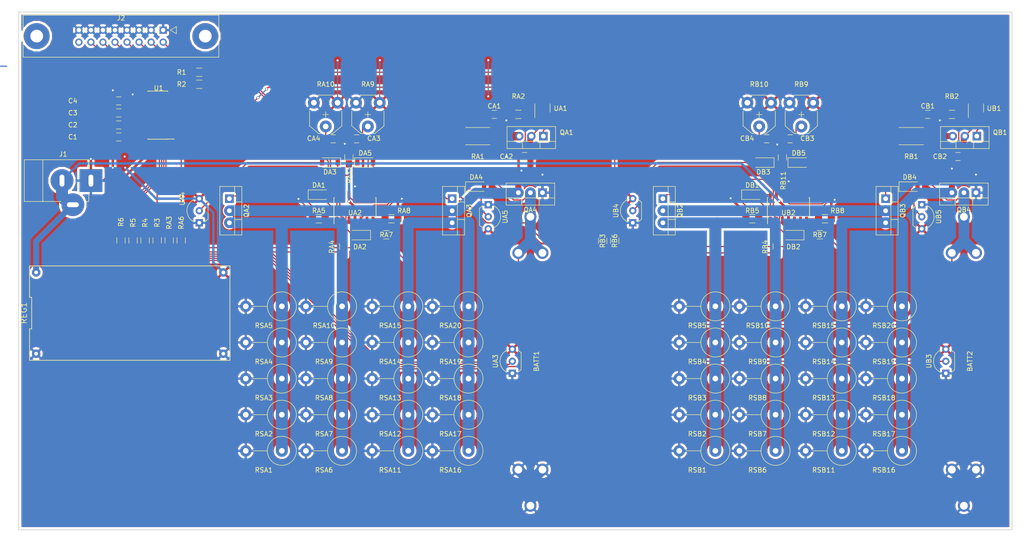
<source format=kicad_pcb>
(kicad_pcb (version 4) (host pcbnew 4.0.7)
  (layers (0 F.Cu signal) (31 B.Cu signal) (34 B.Paste user) (35 F.Paste user) (36 B.SilkS user) (37 F.SilkS user) (38 B.Mask user) (39 F.Mask user) (44 Edge.Cuts user))
  (net 0 "")
  (net 1 +5V)
  (net 2 GND)
  (net 3 BATT_A)
  (net 4 "Net-(CA2-Pad1)")
  (net 5 "Net-(CA3-Pad1)")
  (net 6 BATT_B)
  (net 7 "Net-(CB2-Pad1)")
  (net 8 "Net-(CB3-Pad1)")
  (net 9 "Net-(DA1-Pad1)")
  (net 10 "Net-(DA3-Pad2)")
  (net 11 "Net-(DB1-Pad1)")
  (net 12 "Net-(DB3-Pad2)")
  (net 13 "Net-(J2-Pad16)")
  (net 14 CHARGE)
  (net 15 I_SET)
  (net 16 "Net-(J2-Pad12)")
  (net 17 "Net-(J2-Pad10)")
  (net 18 CELL_TEMP_A)
  (net 19 CELL_TEMP_B)
  (net 20 "Net-(QA1-Pad3)")
  (net 21 "Net-(QA1-Pad1)")
  (net 22 "Net-(QA2-Pad1)")
  (net 23 "Net-(QA3-Pad3)")
  (net 24 "Net-(QB3-Pad3)")
  (net 25 "Net-(QB1-Pad3)")
  (net 26 +9V)
  (net 27 "Net-(QB1-Pad1)")
  (net 28 "Net-(QB2-Pad1)")
  (net 29 "Net-(QA3-Pad1)")
  (net 30 "Net-(QB3-Pad1)")
  (net 31 "Net-(J2-Pad2)")
  (net 32 "Net-(J2-Pad4)")
  (net 33 "Net-(J2-Pad6)")
  (net 34 "Net-(J2-Pad8)")
  (net 35 VREF)
  (net 36 "Net-(CA4-Pad1)")
  (net 37 "Net-(CB4-Pad1)")
  (net 38 /TEST-UNIT-A/STOP)
  (net 39 "Net-(DA2-Pad1)")
  (net 40 "Net-(DA3-Pad1)")
  (net 41 "Net-(DA4-Pad2)")
  (net 42 "Net-(DA5-Pad2)")
  (net 43 /TEST-UNIT-B/STOP)
  (net 44 "Net-(DB2-Pad1)")
  (net 45 "Net-(DB3-Pad1)")
  (net 46 "Net-(DB4-Pad2)")
  (net 47 "Net-(DB5-Pad2)")
  (net 48 "Net-(QA2-Pad3)")
  (net 49 "Net-(QB2-Pad3)")
  (net 50 "Net-(R3-Pad1)")
  (net 51 "Net-(R5-Pad1)")
  (net 52 I_OUT_A)
  (net 53 I_OUT_B)
  (net 54 "Net-(U1-Pad7)")
  (net 55 "Net-(U1-Pad8)")
  (net 56 "Net-(R4-Pad1)")
  (net 57 "Net-(R6-Pad1)")
  (module TO_SOT_Packages_THT:TO-92_Inline_Wide (layer F.Cu) (at 246.38 78.74 270)
    (fp_text reference UB5 (at 2.54 -3.56 270) (layer F.SilkS))
    (fp_text value TMP36)
    (pad 2 thru_hole circle (at 2.54 0) (size 1.52 1.52) (drill 0.8) (layers *.Cu *.Mask) (net 46 "Net-(DB4-Pad2)"))
    (pad 3 thru_hole circle (at 5.08 0) (size 1.52 1.52) (drill 0.8) (layers *.Cu *.Mask) (net 1 +5V))
    (pad 1 thru_hole rect (at 0 0) (size 1.52 1.52) (drill 0.8) (layers *.Cu *.Mask) (net 2 GND))
  )
  (module TO_SOT_Packages_THT:TO-220-3_Vertical (layer F.Cu) (at 238.76 77.47 270)
    (fp_text reference QB3 (at 2.54 -3.62 270) (layer F.SilkS))
    (fp_text value IRFZ44N)
    (pad 1 thru_hole rect (at 0 0 270) (size 1.8 1.8) (drill 1) (layers *.Cu *.Mask) (net 30 "Net-(QB3-Pad1)"))
    (pad 2 thru_hole oval (at 2.54 0 270) (size 1.8 1.8) (drill 1) (layers *.Cu *.Mask) (net 7 "Net-(CB2-Pad1)"))
    (pad 3 thru_hole oval (at 5.08 0 270) (size 1.8 1.8) (drill 1) (layers *.Cu *.Mask) (net 24 "Net-(QB3-Pad3)"))
  )
  (module Resistors_THT:R_Axial_DIN0617_L17.0mm_D6.0mm_P7.62mm_Vertical (layer F.Cu) (at 242.210117 100.181117 180)
    (fp_text reference RSB20 (at 3.81 -4.06 180) (layer F.SilkS))
    (fp_text value 10)
    (pad 1 thru_hole circle (at 0 0 180) (size 2.4 2.4) (drill 1.2) (layers *.Cu *.Mask) (net 24 "Net-(QB3-Pad3)"))
    (pad 2 thru_hole oval (at 7.62 0 180) (size 2.4 2.4) (drill 1.2) (layers *.Cu *.Mask) (net 2 GND))
  )
  (module Resistors_THT:R_Axial_DIN0617_L17.0mm_D6.0mm_P7.62mm_Vertical (layer F.Cu) (at 242.210117 107.801117 180)
    (fp_text reference RSB19 (at 3.81 -4.06 180) (layer F.SilkS))
    (fp_text value 10)
    (pad 1 thru_hole circle (at 0 0 180) (size 2.4 2.4) (drill 1.2) (layers *.Cu *.Mask) (net 24 "Net-(QB3-Pad3)"))
    (pad 2 thru_hole oval (at 7.62 0 180) (size 2.4 2.4) (drill 1.2) (layers *.Cu *.Mask) (net 2 GND))
  )
  (module Resistors_THT:R_Axial_DIN0617_L17.0mm_D6.0mm_P7.62mm_Vertical (layer F.Cu) (at 229.510117 115.421117 180)
    (fp_text reference RSB13 (at 3.81 -4.06 180) (layer F.SilkS))
    (fp_text value 10)
    (pad 1 thru_hole circle (at 0 0 180) (size 2.4 2.4) (drill 1.2) (layers *.Cu *.Mask) (net 24 "Net-(QB3-Pad3)"))
    (pad 2 thru_hole oval (at 7.62 0 180) (size 2.4 2.4) (drill 1.2) (layers *.Cu *.Mask) (net 2 GND))
  )
  (module Resistors_THT:R_Axial_DIN0617_L17.0mm_D6.0mm_P7.62mm_Vertical (layer F.Cu) (at 229.510117 107.801117 180)
    (fp_text reference RSB14 (at 3.81 -4.06 180) (layer F.SilkS))
    (fp_text value 10)
    (pad 1 thru_hole circle (at 0 0 180) (size 2.4 2.4) (drill 1.2) (layers *.Cu *.Mask) (net 24 "Net-(QB3-Pad3)"))
    (pad 2 thru_hole oval (at 7.62 0 180) (size 2.4 2.4) (drill 1.2) (layers *.Cu *.Mask) (net 2 GND))
  )
  (module Resistors_THT:R_Axial_DIN0617_L17.0mm_D6.0mm_P7.62mm_Vertical (layer F.Cu) (at 229.510117 123.041117 180)
    (fp_text reference RSB12 (at 3.81 -4.06 180) (layer F.SilkS))
    (fp_text value 10)
    (pad 1 thru_hole circle (at 0 0 180) (size 2.4 2.4) (drill 1.2) (layers *.Cu *.Mask) (net 24 "Net-(QB3-Pad3)"))
    (pad 2 thru_hole oval (at 7.62 0 180) (size 2.4 2.4) (drill 1.2) (layers *.Cu *.Mask) (net 2 GND))
  )
  (module Resistors_THT:R_Axial_DIN0617_L17.0mm_D6.0mm_P7.62mm_Vertical (layer F.Cu) (at 229.510117 130.661117 180)
    (fp_text reference RSB11 (at 3.81 -4.06 180) (layer F.SilkS))
    (fp_text value 10)
    (pad 1 thru_hole circle (at 0 0 180) (size 2.4 2.4) (drill 1.2) (layers *.Cu *.Mask) (net 24 "Net-(QB3-Pad3)"))
    (pad 2 thru_hole oval (at 7.62 0 180) (size 2.4 2.4) (drill 1.2) (layers *.Cu *.Mask) (net 2 GND))
  )
  (module Resistors_THT:R_Axial_DIN0617_L17.0mm_D6.0mm_P7.62mm_Vertical (layer F.Cu) (at 229.510117 100.181117 180)
    (fp_text reference RSB15 (at 3.81 -4.06 180) (layer F.SilkS))
    (fp_text value 10)
    (pad 1 thru_hole circle (at 0 0 180) (size 2.4 2.4) (drill 1.2) (layers *.Cu *.Mask) (net 24 "Net-(QB3-Pad3)"))
    (pad 2 thru_hole oval (at 7.62 0 180) (size 2.4 2.4) (drill 1.2) (layers *.Cu *.Mask) (net 2 GND))
  )
  (module TO_SOT_Packages_THT:TO-92_Inline_Wide (layer F.Cu) (at 251.46 114.3 90)
    (fp_text reference UB3 (at 2.54 -3.56 90) (layer F.SilkS))
    (fp_text value TMP36)
    (pad 2 thru_hole circle (at 2.54 0 180) (size 1.52 1.52) (drill 0.8) (layers *.Cu *.Mask) (net 19 CELL_TEMP_B))
    (pad 3 thru_hole circle (at 5.08 0 180) (size 1.52 1.52) (drill 0.8) (layers *.Cu *.Mask) (net 1 +5V))
    (pad 1 thru_hole rect (at 0 0 180) (size 1.52 1.52) (drill 0.8) (layers *.Cu *.Mask) (net 2 GND))
  )
  (module Resistors_THT:R_Axial_DIN0617_L17.0mm_D6.0mm_P7.62mm_Vertical (layer F.Cu) (at 242.210117 123.041117 180)
    (fp_text reference RSB17 (at 3.81 -4.06 180) (layer F.SilkS))
    (fp_text value 10)
    (pad 1 thru_hole circle (at 0 0 180) (size 2.4 2.4) (drill 1.2) (layers *.Cu *.Mask) (net 24 "Net-(QB3-Pad3)"))
    (pad 2 thru_hole oval (at 7.62 0 180) (size 2.4 2.4) (drill 1.2) (layers *.Cu *.Mask) (net 2 GND))
  )
  (module Resistors_THT:R_Axial_DIN0617_L17.0mm_D6.0mm_P7.62mm_Vertical (layer F.Cu) (at 242.210117 130.661117 180)
    (fp_text reference RSB16 (at 3.81 -4.06 180) (layer F.SilkS))
    (fp_text value 10)
    (pad 1 thru_hole circle (at 0 0 180) (size 2.4 2.4) (drill 1.2) (layers *.Cu *.Mask) (net 24 "Net-(QB3-Pad3)"))
    (pad 2 thru_hole oval (at 7.62 0 180) (size 2.4 2.4) (drill 1.2) (layers *.Cu *.Mask) (net 2 GND))
  )
  (module Resistors_THT:R_Axial_DIN0617_L17.0mm_D6.0mm_P7.62mm_Vertical (layer F.Cu) (at 242.210117 115.421117 180)
    (fp_text reference RSB18 (at 3.81 -4.06 180) (layer F.SilkS))
    (fp_text value 10)
    (pad 1 thru_hole circle (at 0 0 180) (size 2.4 2.4) (drill 1.2) (layers *.Cu *.Mask) (net 24 "Net-(QB3-Pad3)"))
    (pad 2 thru_hole oval (at 7.62 0 180) (size 2.4 2.4) (drill 1.2) (layers *.Cu *.Mask) (net 2 GND))
  )
  (module Library:18650 (layer F.Cu) (at 255.27 111.76 270)
    (fp_text reference BATT2 (at 0 -1.27 270) (layer F.SilkS))
    (fp_text value Battery_Cell)
    (pad 2 thru_hole circle (at 30.48 0 270) (size 2.54 2.54) (drill 1.651) (layers *.Cu *.Mask) (net 2 GND))
    (pad 2 thru_hole circle (at 22.86 2.54 270) (size 2.54 2.54) (drill 1.651) (layers *.Cu *.Mask) (net 2 GND))
    (pad 2 thru_hole circle (at 22.86 -2.54 270) (size 2.54 2.54) (drill 1.651) (layers *.Cu *.Mask) (net 2 GND))
    (pad 1 thru_hole circle (at -30.48 0 270) (size 2.54 2.54) (drill 1.651) (layers *.Cu *.Mask) (net 6 BATT_B))
    (pad 1 thru_hole circle (at -22.86 2.54 270) (size 2.54 2.54) (drill 1.651) (layers *.Cu *.Mask) (net 6 BATT_B))
    (pad 1 thru_hole circle (at -22.86 -2.54 270) (size 2.54 2.54) (drill 1.651) (layers *.Cu *.Mask) (net 6 BATT_B))
  )
  (module Capacitors_SMD:C_0805_HandSoldering (layer F.Cu) (at 218.607005 64.839151 180)
    (fp_text reference CB3 (at -3.642995 0.069151 180) (layer F.SilkS))
    (fp_text value 100nF)
    (pad 1 smd rect (at -1.25 0 180) (size 1.5 1.25) (layers F.Cu F.Paste F.Mask) (net 8 "Net-(CB3-Pad1)"))
    (pad 2 smd rect (at 1.25 0 180) (size 1.5 1.25) (layers F.Cu F.Paste F.Mask) (net 2 GND))
  )
  (module Diodes_SMD:D_SOD-123 (layer F.Cu) (at 220.418546 69.85)
    (fp_text reference DB5 (at 0 -2) (layer F.SilkS))
    (fp_text value D)
    (pad 1 smd rect (at -1.65 0) (size 0.9 1.2) (layers F.Cu F.Paste F.Mask) (net 45 "Net-(DB3-Pad1)"))
    (pad 2 smd rect (at 1.65 0) (size 0.9 1.2) (layers F.Cu F.Paste F.Mask) (net 47 "Net-(DB5-Pad2)"))
  )
  (module Diodes_SMD:D_SOD-123 (layer F.Cu) (at 219.297429 85.159151 180)
    (fp_text reference DB2 (at 0 -2.470849 180) (layer F.SilkS))
    (fp_text value D)
    (pad 1 smd rect (at -1.65 0 180) (size 0.9 1.2) (layers F.Cu F.Paste F.Mask) (net 44 "Net-(DB2-Pad1)"))
    (pad 2 smd rect (at 1.65 0 180) (size 0.9 1.2) (layers F.Cu F.Paste F.Mask) (net 43 /TEST-UNIT-B/STOP))
  )
  (module Resistors_SMD:R_0805_HandSoldering (layer F.Cu) (at 225.958546 81.709034 180)
    (fp_text reference RB8 (at -2.641454 1.699034 180) (layer F.SilkS))
    (fp_text value 47k)
    (pad 1 smd rect (at -1.35 0 180) (size 1.5 1.3) (layers F.Cu F.Paste F.Mask) (net 2 GND))
    (pad 2 smd rect (at 1.35 0 180) (size 1.5 1.3) (layers F.Cu F.Paste F.Mask) (net 30 "Net-(QB3-Pad1)"))
  )
  (module Housings_SOIC:SOIC-14_3.9x8.7mm_Pitch1.27mm (layer F.Cu) (at 218.258546 79.329034 90)
    (fp_text reference UB2 (at -1.11 0 180) (layer F.SilkS))
    (fp_text value LM324)
    (pad 1 smd rect (at -2.7 -3.81 90) (size 1.5 0.6) (layers F.Cu F.Paste F.Mask) (net 28 "Net-(QB2-Pad1)"))
    (pad 2 smd rect (at -2.7 -2.54 90) (size 1.5 0.6) (layers F.Cu F.Paste F.Mask) (net 11 "Net-(DB1-Pad1)"))
    (pad 3 smd rect (at -2.7 -1.27 90) (size 1.5 0.6) (layers F.Cu F.Paste F.Mask) (net 15 I_SET))
    (pad 4 smd rect (at -2.7 0 90) (size 1.5 0.6) (layers F.Cu F.Paste F.Mask) (net 26 +9V))
    (pad 5 smd rect (at -2.7 1.27 90) (size 1.5 0.6) (layers F.Cu F.Paste F.Mask) (net 15 I_SET))
    (pad 6 smd rect (at -2.7 2.54 90) (size 1.5 0.6) (layers F.Cu F.Paste F.Mask) (net 44 "Net-(DB2-Pad1)"))
    (pad 7 smd rect (at -2.7 3.81 90) (size 1.5 0.6) (layers F.Cu F.Paste F.Mask) (net 30 "Net-(QB3-Pad1)"))
    (pad 8 smd rect (at 2.7 3.81 90) (size 1.5 0.6) (layers F.Cu F.Paste F.Mask) (net 47 "Net-(DB5-Pad2)"))
    (pad 9 smd rect (at 2.7 2.54 90) (size 1.5 0.6) (layers F.Cu F.Paste F.Mask) (net 6 BATT_B))
    (pad 10 smd rect (at 2.7 1.27 90) (size 1.5 0.6) (layers F.Cu F.Paste F.Mask) (net 8 "Net-(CB3-Pad1)"))
    (pad 11 smd rect (at 2.7 0 90) (size 1.5 0.6) (layers F.Cu F.Paste F.Mask) (net 2 GND))
    (pad 12 smd rect (at 2.7 -1.27 90) (size 1.5 0.6) (layers F.Cu F.Paste F.Mask) (net 45 "Net-(DB3-Pad1)"))
    (pad 13 smd rect (at 2.7 -2.54 90) (size 1.5 0.6) (layers F.Cu F.Paste F.Mask) (net 37 "Net-(CB4-Pad1)"))
    (pad 14 smd rect (at 2.7 -3.81 90) (size 1.5 0.6) (layers F.Cu F.Paste F.Mask) (net 43 /TEST-UNIT-B/STOP))
  )
  (module Potentiometers:Potentiometer_Trimmer_VishaySpectrol_Econtrim-Type36M (layer F.Cu) (at 223.48 57.23 180)
    (fp_text reference RB9 (at 2.5 3.89 180) (layer F.SilkS))
    (fp_text value POT)
    (pad 2 thru_hole circle (at 2.5 -5 180) (size 2.5 2.5) (drill 1.2) (layers *.Cu *.Mask) (net 8 "Net-(CB3-Pad1)"))
    (pad 3 thru_hole circle (at 5 0 180) (size 2.5 2.5) (drill 1.2) (layers *.Cu *.Mask) (net 2 GND))
    (pad 1 thru_hole circle (at 0 0 180) (size 2.5 2.5) (drill 1.2) (layers *.Cu *.Mask) (net 1 +5V))
  )
  (module Resistors_SMD:R_0805_HandSoldering (layer F.Cu) (at 215.9 87.55 90)
    (fp_text reference RB4 (at -0.08 -2.54 90) (layer F.SilkS))
    (fp_text value 47k)
    (pad 1 smd rect (at -1.35 0 90) (size 1.5 1.3) (layers F.Cu F.Paste F.Mask) (net 49 "Net-(QB2-Pad3)"))
    (pad 2 smd rect (at 1.35 0 90) (size 1.5 1.3) (layers F.Cu F.Paste F.Mask) (net 11 "Net-(DB1-Pad1)"))
  )
  (module Resistors_SMD:R_0805_HandSoldering (layer F.Cu) (at 224.87 85.09 180)
    (fp_text reference RB7 (at 0 0 180) (layer F.SilkS))
    (fp_text value 47k)
    (pad 1 smd rect (at -1.35 0 180) (size 1.5 1.3) (layers F.Cu F.Paste F.Mask) (net 24 "Net-(QB3-Pad3)"))
    (pad 2 smd rect (at 1.35 0 180) (size 1.5 1.3) (layers F.Cu F.Paste F.Mask) (net 44 "Net-(DB2-Pad1)"))
  )
  (module Resistors_THT:R_Axial_DIN0617_L17.0mm_D6.0mm_P7.62mm_Vertical (layer F.Cu) (at 215.540117 130.661117 180)
    (fp_text reference RSB6 (at 3.81 -4.06 180) (layer F.SilkS))
    (fp_text value 10)
    (pad 1 thru_hole circle (at 0 0 180) (size 2.4 2.4) (drill 1.2) (layers *.Cu *.Mask) (net 49 "Net-(QB2-Pad3)"))
    (pad 2 thru_hole oval (at 7.62 0 180) (size 2.4 2.4) (drill 1.2) (layers *.Cu *.Mask) (net 2 GND))
  )
  (module Resistors_THT:R_Axial_DIN0617_L17.0mm_D6.0mm_P7.62mm_Vertical (layer F.Cu) (at 202.840117 123.041117 180)
    (fp_text reference RSB2 (at 3.81 -4.06 180) (layer F.SilkS))
    (fp_text value 10)
    (pad 1 thru_hole circle (at 0 0 180) (size 2.4 2.4) (drill 1.2) (layers *.Cu *.Mask) (net 49 "Net-(QB2-Pad3)"))
    (pad 2 thru_hole oval (at 7.62 0 180) (size 2.4 2.4) (drill 1.2) (layers *.Cu *.Mask) (net 2 GND))
  )
  (module Resistors_THT:R_Axial_DIN0617_L17.0mm_D6.0mm_P7.62mm_Vertical (layer F.Cu) (at 215.540117 123.041117 180)
    (fp_text reference RSB7 (at 3.81 -4.06 180) (layer F.SilkS))
    (fp_text value 10)
    (pad 1 thru_hole circle (at 0 0 180) (size 2.4 2.4) (drill 1.2) (layers *.Cu *.Mask) (net 49 "Net-(QB2-Pad3)"))
    (pad 2 thru_hole oval (at 7.62 0 180) (size 2.4 2.4) (drill 1.2) (layers *.Cu *.Mask) (net 2 GND))
  )
  (module Resistors_THT:R_Axial_DIN0617_L17.0mm_D6.0mm_P7.62mm_Vertical (layer F.Cu) (at 202.840117 130.661117 180)
    (fp_text reference RSB1 (at 3.81 -4.06 180) (layer F.SilkS))
    (fp_text value 10)
    (pad 1 thru_hole circle (at 0 0 180) (size 2.4 2.4) (drill 1.2) (layers *.Cu *.Mask) (net 49 "Net-(QB2-Pad3)"))
    (pad 2 thru_hole oval (at 7.62 0 180) (size 2.4 2.4) (drill 1.2) (layers *.Cu *.Mask) (net 2 GND))
  )
  (module Diodes_SMD:D_SOD-123 (layer F.Cu) (at 243.84 74.93)
    (fp_text reference DB4 (at 0 -2) (layer F.SilkS))
    (fp_text value D)
    (pad 1 smd rect (at -1.65 0) (size 0.9 1.2) (layers F.Cu F.Paste F.Mask) (net 45 "Net-(DB3-Pad1)"))
    (pad 2 smd rect (at 1.65 0) (size 0.9 1.2) (layers F.Cu F.Paste F.Mask) (net 46 "Net-(DB4-Pad2)"))
  )
  (module Resistors_SMD:R_0805_HandSoldering (layer F.Cu) (at 252.73 59.69 180)
    (fp_text reference RB2 (at 0 3.81 180) (layer F.SilkS))
    (fp_text value 47k)
    (pad 1 smd rect (at -1.35 0 180) (size 1.5 1.3) (layers F.Cu F.Paste F.Mask) (net 14 CHARGE))
    (pad 2 smd rect (at 1.35 0 180) (size 1.5 1.3) (layers F.Cu F.Paste F.Mask) (net 2 GND))
  )
  (module TO_SOT_Packages_THT:TO-220-3_Vertical (layer F.Cu) (at 257.81 76.2 180)
    (fp_text reference QB4 (at 2.54 -3.62 180) (layer F.SilkS))
    (fp_text value IPP45P03P4L-11)
    (pad 1 thru_hole rect (at 0 0 180) (size 1.8 1.8) (drill 1) (layers *.Cu *.Mask) (net 2 GND))
    (pad 2 thru_hole oval (at 2.54 0 180) (size 1.8 1.8) (drill 1) (layers *.Cu *.Mask) (net 6 BATT_B))
    (pad 3 thru_hole oval (at 5.08 0 180) (size 1.8 1.8) (drill 1) (layers *.Cu *.Mask) (net 7 "Net-(CB2-Pad1)"))
  )
  (module TO_SOT_Packages_SMD:SOT-23-6_Handsoldering (layer F.Cu) (at 257.81 58.34 90)
    (fp_text reference UB1 (at -0.08 3.81 180) (layer F.SilkS))
    (fp_text value MCP73826)
    (pad 1 smd rect (at -1.35 -0.95 90) (size 1.56 0.65) (layers F.Cu F.Paste F.Mask) (net 14 CHARGE))
    (pad 2 smd rect (at -1.35 0 90) (size 1.56 0.65) (layers F.Cu F.Paste F.Mask) (net 2 GND))
    (pad 3 smd rect (at -1.35 0.95 90) (size 1.56 0.65) (layers F.Cu F.Paste F.Mask) (net 7 "Net-(CB2-Pad1)"))
    (pad 4 smd rect (at 1.35 0.95 90) (size 1.56 0.65) (layers F.Cu F.Paste F.Mask) (net 27 "Net-(QB1-Pad1)"))
    (pad 6 smd rect (at 1.35 -0.95 90) (size 1.56 0.65) (layers F.Cu F.Paste F.Mask) (net 25 "Net-(QB1-Pad3)"))
    (pad 5 smd rect (at 1.35 0 90) (size 1.56 0.65) (layers F.Cu F.Paste F.Mask) (net 1 +5V))
  )
  (module Capacitors_SMD:C_0805_HandSoldering (layer F.Cu) (at 254.02 68.58 180)
    (fp_text reference CB2 (at 3.81 0 180) (layer F.SilkS))
    (fp_text value 10uF)
    (pad 1 smd rect (at -1.25 0 180) (size 1.5 1.25) (layers F.Cu F.Paste F.Mask) (net 7 "Net-(CB2-Pad1)"))
    (pad 2 smd rect (at 1.25 0 180) (size 1.5 1.25) (layers F.Cu F.Paste F.Mask) (net 2 GND))
  )
  (module TO_SOT_Packages_THT:TO-220-3_Vertical (layer F.Cu) (at 257.997114 64.27879 180)
    (fp_text reference QB1 (at -4.892886 0.77879 180) (layer F.SilkS))
    (fp_text value IPP45P03P4L-11)
    (pad 1 thru_hole rect (at 0 0 180) (size 1.8 1.8) (drill 1) (layers *.Cu *.Mask) (net 27 "Net-(QB1-Pad1)"))
    (pad 2 thru_hole oval (at 2.54 0 180) (size 1.8 1.8) (drill 1) (layers *.Cu *.Mask) (net 7 "Net-(CB2-Pad1)"))
    (pad 3 thru_hole oval (at 5.08 0 180) (size 1.8 1.8) (drill 1) (layers *.Cu *.Mask) (net 25 "Net-(QB1-Pad3)"))
  )
  (module Resistors_SMD:R_2512_HandSoldering (layer F.Cu) (at 244.167114 64.27879)
    (fp_text reference RB1 (at 0 4.30121) (layer F.SilkS))
    (fp_text value 50m)
    (pad 1 smd rect (at -3.95 0) (size 2.7 3.2) (layers F.Cu F.Paste F.Mask) (net 1 +5V))
    (pad 2 smd rect (at 3.95 0) (size 2.7 3.2) (layers F.Cu F.Paste F.Mask) (net 25 "Net-(QB1-Pad3)"))
  )
  (module Capacitors_SMD:C_0805_HandSoldering (layer F.Cu) (at 247.65 59.69)
    (fp_text reference CB1 (at 0 -1.75) (layer F.SilkS))
    (fp_text value 10uF)
    (pad 1 smd rect (at -1.25 0) (size 1.5 1.25) (layers F.Cu F.Paste F.Mask) (net 1 +5V))
    (pad 2 smd rect (at 1.25 0) (size 1.5 1.25) (layers F.Cu F.Paste F.Mask) (net 2 GND))
  )
  (module Resistors_THT:R_Axial_DIN0617_L17.0mm_D6.0mm_P7.62mm_Vertical (layer F.Cu) (at 202.840117 115.421117 180)
    (fp_text reference RSB3 (at 3.81 -4.06 180) (layer F.SilkS))
    (fp_text value 10)
    (pad 1 thru_hole circle (at 0 0 180) (size 2.4 2.4) (drill 1.2) (layers *.Cu *.Mask) (net 49 "Net-(QB2-Pad3)"))
    (pad 2 thru_hole oval (at 7.62 0 180) (size 2.4 2.4) (drill 1.2) (layers *.Cu *.Mask) (net 2 GND))
  )
  (module Resistors_THT:R_Axial_DIN0617_L17.0mm_D6.0mm_P7.62mm_Vertical (layer F.Cu) (at 215.540117 107.801117 180)
    (fp_text reference RSB9 (at 3.81 -4.06 180) (layer F.SilkS))
    (fp_text value 10)
    (pad 1 thru_hole circle (at 0 0 180) (size 2.4 2.4) (drill 1.2) (layers *.Cu *.Mask) (net 49 "Net-(QB2-Pad3)"))
    (pad 2 thru_hole oval (at 7.62 0 180) (size 2.4 2.4) (drill 1.2) (layers *.Cu *.Mask) (net 2 GND))
  )
  (module Resistors_THT:R_Axial_DIN0617_L17.0mm_D6.0mm_P7.62mm_Vertical (layer F.Cu) (at 202.840117 107.801117 180)
    (fp_text reference RSB4 (at 3.81 -4.06 180) (layer F.SilkS))
    (fp_text value 10)
    (pad 1 thru_hole circle (at 0 0 180) (size 2.4 2.4) (drill 1.2) (layers *.Cu *.Mask) (net 49 "Net-(QB2-Pad3)"))
    (pad 2 thru_hole oval (at 7.62 0 180) (size 2.4 2.4) (drill 1.2) (layers *.Cu *.Mask) (net 2 GND))
  )
  (module Resistors_THT:R_Axial_DIN0617_L17.0mm_D6.0mm_P7.62mm_Vertical (layer F.Cu) (at 215.540117 115.421117 180)
    (fp_text reference RSB8 (at 3.81 -4.06 180) (layer F.SilkS))
    (fp_text value 10)
    (pad 1 thru_hole circle (at 0 0 180) (size 2.4 2.4) (drill 1.2) (layers *.Cu *.Mask) (net 49 "Net-(QB2-Pad3)"))
    (pad 2 thru_hole oval (at 7.62 0 180) (size 2.4 2.4) (drill 1.2) (layers *.Cu *.Mask) (net 2 GND))
  )
  (module Resistors_THT:R_Axial_DIN0617_L17.0mm_D6.0mm_P7.62mm_Vertical (layer F.Cu) (at 202.840117 100.181117 180)
    (fp_text reference RSB5 (at 3.81 -4.06 180) (layer F.SilkS))
    (fp_text value 10)
    (pad 1 thru_hole circle (at 0 0 180) (size 2.4 2.4) (drill 1.2) (layers *.Cu *.Mask) (net 49 "Net-(QB2-Pad3)"))
    (pad 2 thru_hole oval (at 7.62 0 180) (size 2.4 2.4) (drill 1.2) (layers *.Cu *.Mask) (net 2 GND))
  )
  (module Resistors_THT:R_Axial_DIN0617_L17.0mm_D6.0mm_P7.62mm_Vertical (layer F.Cu) (at 215.540117 100.181117 180)
    (fp_text reference RSB10 (at 3.81 -4.06 180) (layer F.SilkS))
    (fp_text value 10)
    (pad 1 thru_hole circle (at 0 0 180) (size 2.4 2.4) (drill 1.2) (layers *.Cu *.Mask) (net 49 "Net-(QB2-Pad3)"))
    (pad 2 thru_hole oval (at 7.62 0 180) (size 2.4 2.4) (drill 1.2) (layers *.Cu *.Mask) (net 2 GND))
  )
  (module Potentiometers:Potentiometer_Trimmer_VishaySpectrol_Econtrim-Type36M (layer F.Cu) (at 214.59 57.23 180)
    (fp_text reference RB10 (at 2.5 3.89 180) (layer F.SilkS))
    (fp_text value POT)
    (pad 2 thru_hole circle (at 2.5 -5 180) (size 2.5 2.5) (drill 1.2) (layers *.Cu *.Mask) (net 37 "Net-(CB4-Pad1)"))
    (pad 3 thru_hole circle (at 5 0 180) (size 2.5 2.5) (drill 1.2) (layers *.Cu *.Mask) (net 2 GND))
    (pad 1 thru_hole circle (at 0 0 180) (size 2.5 2.5) (drill 1.2) (layers *.Cu *.Mask) (net 1 +5V))
  )
  (module Resistors_SMD:R_0805_HandSoldering (layer F.Cu) (at 210.638546 81.709034)
    (fp_text reference RB5 (at 0 -1.7) (layer F.SilkS))
    (fp_text value 47k)
    (pad 1 smd rect (at -1.35 0) (size 1.5 1.3) (layers F.Cu F.Paste F.Mask) (net 2 GND))
    (pad 2 smd rect (at 1.35 0) (size 1.5 1.3) (layers F.Cu F.Paste F.Mask) (net 28 "Net-(QB2-Pad1)"))
  )
  (module Capacitors_SMD:C_0805_HandSoldering (layer F.Cu) (at 213.673845 64.839151)
    (fp_text reference CB4 (at -4.123845 -0.069151) (layer F.SilkS))
    (fp_text value 100nF)
    (pad 1 smd rect (at -1.25 0) (size 1.5 1.25) (layers F.Cu F.Paste F.Mask) (net 37 "Net-(CB4-Pad1)"))
    (pad 2 smd rect (at 1.25 0) (size 1.5 1.25) (layers F.Cu F.Paste F.Mask) (net 2 GND))
  )
  (module Resistors_SMD:R_0805_HandSoldering (layer F.Cu) (at 216.988546 68.77 270)
    (fp_text reference RB11 (at 4.89 -0.181454 270) (layer F.SilkS))
    (fp_text value 10k)
    (pad 1 smd rect (at -1.35 0 270) (size 1.5 1.3) (layers F.Cu F.Paste F.Mask) (net 2 GND))
    (pad 2 smd rect (at 1.35 0 270) (size 1.5 1.3) (layers F.Cu F.Paste F.Mask) (net 45 "Net-(DB3-Pad1)"))
  )
  (module Diodes_SMD:D_SOD-123 (layer F.Cu) (at 212.98 69.85 180)
    (fp_text reference DB3 (at 0 -2 180) (layer F.SilkS))
    (fp_text value D)
    (pad 1 smd rect (at -1.65 0 180) (size 0.9 1.2) (layers F.Cu F.Paste F.Mask) (net 45 "Net-(DB3-Pad1)"))
    (pad 2 smd rect (at 1.65 0 180) (size 0.9 1.2) (layers F.Cu F.Paste F.Mask) (net 12 "Net-(DB3-Pad2)"))
  )
  (module Diodes_SMD:D_SOD-123 (layer F.Cu) (at 210.638546 76.629034)
    (fp_text reference DB1 (at 0 -2) (layer F.SilkS))
    (fp_text value D)
    (pad 1 smd rect (at -1.65 0) (size 0.9 1.2) (layers F.Cu F.Paste F.Mask) (net 11 "Net-(DB1-Pad1)"))
    (pad 2 smd rect (at 1.65 0) (size 0.9 1.2) (layers F.Cu F.Paste F.Mask) (net 43 /TEST-UNIT-B/STOP))
  )
  (module TO_SOT_Packages_THT:TO-220-3_Vertical (layer F.Cu) (at 191.77 77.47 270)
    (fp_text reference QB2 (at 2.54 -3.62 270) (layer F.SilkS))
    (fp_text value IRFZ44N)
    (pad 1 thru_hole rect (at 0 0 270) (size 1.8 1.8) (drill 1) (layers *.Cu *.Mask) (net 28 "Net-(QB2-Pad1)"))
    (pad 2 thru_hole oval (at 2.54 0 270) (size 1.8 1.8) (drill 1) (layers *.Cu *.Mask) (net 7 "Net-(CB2-Pad1)"))
    (pad 3 thru_hole oval (at 5.08 0 270) (size 1.8 1.8) (drill 1) (layers *.Cu *.Mask) (net 49 "Net-(QB2-Pad3)"))
  )
  (module TO_SOT_Packages_THT:TO-92_Inline_Wide (layer F.Cu) (at 185.42 82.55 90)
    (fp_text reference UB4 (at 2.54 -3.56 90) (layer F.SilkS))
    (fp_text value TMP36)
    (pad 2 thru_hole circle (at 2.54 0 180) (size 1.52 1.52) (drill 0.8) (layers *.Cu *.Mask) (net 12 "Net-(DB3-Pad2)"))
    (pad 3 thru_hole circle (at 5.08 0 180) (size 1.52 1.52) (drill 0.8) (layers *.Cu *.Mask) (net 1 +5V))
    (pad 1 thru_hole rect (at 0 0 180) (size 1.52 1.52) (drill 0.8) (layers *.Cu *.Mask) (net 2 GND))
  )
  (module Diodes_SMD:D_SOD-123 (layer F.Cu) (at 152.4 74.93)
    (fp_text reference DA4 (at 0 -2) (layer F.SilkS))
    (fp_text value D)
    (pad 1 smd rect (at -1.65 0) (size 0.9 1.2) (layers F.Cu F.Paste F.Mask) (net 40 "Net-(DA3-Pad1)"))
    (pad 2 smd rect (at 1.65 0) (size 0.9 1.2) (layers F.Cu F.Paste F.Mask) (net 41 "Net-(DA4-Pad2)"))
  )
  (module Connectors:he10-16d (layer F.Cu) (at 86.36 41.91 180)
    (fp_text reference J2 (at 8.89 2.54 180) (layer F.SilkS))
    (fp_text value Conn_02x08_Odd_Even)
    (pad 0 thru_hole circle (at -8.89 -1.27 180) (size 5.46 5.46) (drill 2.69) (layers *.Cu *.Mask))
    (pad 0 thru_hole circle (at 26.67 -1.27 180) (size 5.46 5.46) (drill 2.69) (layers *.Cu *.Mask))
    (pad 1 thru_hole rect (at 0 0 180) (size 1.52 1.52) (drill 0.91) (layers *.Cu *.Mask) (net 2 GND))
    (pad 2 thru_hole circle (at 0 -2.54 180) (size 1.52 1.52) (drill 0.91) (layers *.Cu *.Mask) (net 31 "Net-(J2-Pad2)"))
    (pad 3 thru_hole circle (at 2.54 0 180) (size 1.52 1.52) (drill 0.91) (layers *.Cu *.Mask) (net 2 GND))
    (pad 4 thru_hole circle (at 2.54 -2.54 180) (size 1.52 1.52) (drill 0.91) (layers *.Cu *.Mask) (net 32 "Net-(J2-Pad4)"))
    (pad 5 thru_hole circle (at 5.08 0 180) (size 1.52 1.52) (drill 0.91) (layers *.Cu *.Mask) (net 2 GND))
    (pad 6 thru_hole circle (at 5.08 -2.54 180) (size 1.52 1.52) (drill 0.91) (layers *.Cu *.Mask) (net 33 "Net-(J2-Pad6)"))
    (pad 7 thru_hole circle (at 7.62 0 180) (size 1.52 1.52) (drill 0.91) (layers *.Cu *.Mask) (net 2 GND))
    (pad 8 thru_hole circle (at 7.62 -2.54 180) (size 1.52 1.52) (drill 0.91) (layers *.Cu *.Mask) (net 34 "Net-(J2-Pad8)"))
    (pad 9 thru_hole circle (at 10.16 0 180) (size 1.52 1.52) (drill 0.91) (layers *.Cu *.Mask) (net 2 GND))
    (pad 10 thru_hole circle (at 10.16 -2.54 180) (size 1.52 1.52) (drill 0.91) (layers *.Cu *.Mask) (net 17 "Net-(J2-Pad10)"))
    (pad 11 thru_hole circle (at 12.7 0 180) (size 1.52 1.52) (drill 0.91) (layers *.Cu *.Mask) (net 2 GND))
    (pad 12 thru_hole circle (at 12.7 -2.54 180) (size 1.52 1.52) (drill 0.91) (layers *.Cu *.Mask) (net 16 "Net-(J2-Pad12)"))
    (pad 13 thru_hole circle (at 15.24 0 180) (size 1.52 1.52) (drill 0.91) (layers *.Cu *.Mask) (net 2 GND))
    (pad 14 thru_hole circle (at 15.24 -2.54 180) (size 1.52 1.52) (drill 0.91) (layers *.Cu *.Mask) (net 35 VREF))
    (pad 15 thru_hole circle (at 17.78 0 180) (size 1.52 1.52) (drill 0.91) (layers *.Cu *.Mask) (net 2 GND))
    (pad 16 thru_hole circle (at 17.78 -2.54 180) (size 1.52 1.52) (drill 0.91) (layers *.Cu *.Mask) (net 13 "Net-(J2-Pad16)"))
  )
  (module Capacitors_SMD:C_0805_HandSoldering (layer F.Cu) (at 76.9941 64.456282 180)
    (fp_text reference C1 (at 9.6841 0 180) (layer F.SilkS))
    (fp_text value 10uF)
    (pad 1 smd rect (at -1.25 0 180) (size 1.5 1.25) (layers F.Cu F.Paste F.Mask) (net 1 +5V))
    (pad 2 smd rect (at 1.25 0 180) (size 1.5 1.25) (layers F.Cu F.Paste F.Mask) (net 2 GND))
  )
  (module Capacitors_SMD:C_0805_HandSoldering (layer F.Cu) (at 76.9941 61.916282 180)
    (fp_text reference C2 (at 9.6841 0 180) (layer F.SilkS))
    (fp_text value 100nF)
    (pad 1 smd rect (at -1.25 0 180) (size 1.5 1.25) (layers F.Cu F.Paste F.Mask) (net 1 +5V))
    (pad 2 smd rect (at 1.25 0 180) (size 1.5 1.25) (layers F.Cu F.Paste F.Mask) (net 2 GND))
  )
  (module Capacitors_SMD:C_0805_HandSoldering (layer F.Cu) (at 76.9941 59.376282)
    (fp_text reference C3 (at -9.6841 0) (layer F.SilkS))
    (fp_text value 10uF)
    (pad 1 smd rect (at -1.25 0) (size 1.5 1.25) (layers F.Cu F.Paste F.Mask) (net 2 GND))
    (pad 2 smd rect (at 1.25 0) (size 1.5 1.25) (layers F.Cu F.Paste F.Mask) (net 35 VREF))
  )
  (module Capacitors_SMD:C_0805_HandSoldering (layer F.Cu) (at 76.9941 56.836282)
    (fp_text reference C4 (at -9.6841 0 180) (layer F.SilkS))
    (fp_text value 100nF)
    (pad 1 smd rect (at -1.25 0) (size 1.5 1.25) (layers F.Cu F.Paste F.Mask) (net 2 GND))
    (pad 2 smd rect (at 1.25 0) (size 1.5 1.25) (layers F.Cu F.Paste F.Mask) (net 35 VREF))
  )
  (module Capacitors_SMD:C_0805_HandSoldering (layer F.Cu) (at 156.21 59.69)
    (fp_text reference CA1 (at 0 -1.75) (layer F.SilkS))
    (fp_text value 10uF)
    (pad 1 smd rect (at -1.25 0) (size 1.5 1.25) (layers F.Cu F.Paste F.Mask) (net 1 +5V))
    (pad 2 smd rect (at 1.25 0) (size 1.5 1.25) (layers F.Cu F.Paste F.Mask) (net 2 GND))
  )
  (module Capacitors_SMD:C_0805_HandSoldering (layer F.Cu) (at 162.58 68.58 180)
    (fp_text reference CA2 (at 3.81 0 180) (layer F.SilkS))
    (fp_text value 10uF)
    (pad 1 smd rect (at -1.25 0 180) (size 1.5 1.25) (layers F.Cu F.Paste F.Mask) (net 4 "Net-(CA2-Pad1)"))
    (pad 2 smd rect (at 1.25 0 180) (size 1.5 1.25) (layers F.Cu F.Paste F.Mask) (net 2 GND))
  )
  (module Capacitors_SMD:C_0805_HandSoldering (layer F.Cu) (at 127.167005 64.839151 180)
    (fp_text reference CA3 (at -3.642995 0.069151 180) (layer F.SilkS))
    (fp_text value 100nF)
    (pad 1 smd rect (at -1.25 0 180) (size 1.5 1.25) (layers F.Cu F.Paste F.Mask) (net 5 "Net-(CA3-Pad1)"))
    (pad 2 smd rect (at 1.25 0 180) (size 1.5 1.25) (layers F.Cu F.Paste F.Mask) (net 2 GND))
  )
  (module Capacitors_SMD:C_0805_HandSoldering (layer F.Cu) (at 122.233845 64.839151)
    (fp_text reference CA4 (at -4.123845 -0.069151) (layer F.SilkS))
    (fp_text value 100nF)
    (pad 1 smd rect (at -1.25 0) (size 1.5 1.25) (layers F.Cu F.Paste F.Mask) (net 36 "Net-(CA4-Pad1)"))
    (pad 2 smd rect (at 1.25 0) (size 1.5 1.25) (layers F.Cu F.Paste F.Mask) (net 2 GND))
  )
  (module Diodes_SMD:D_SOD-123 (layer F.Cu) (at 119.198546 76.629034)
    (fp_text reference DA1 (at 0 -2) (layer F.SilkS))
    (fp_text value D)
    (pad 1 smd rect (at -1.65 0) (size 0.9 1.2) (layers F.Cu F.Paste F.Mask) (net 9 "Net-(DA1-Pad1)"))
    (pad 2 smd rect (at 1.65 0) (size 0.9 1.2) (layers F.Cu F.Paste F.Mask) (net 38 /TEST-UNIT-A/STOP))
  )
  (module Diodes_SMD:D_SOD-123 (layer F.Cu) (at 127.857429 85.159151 180)
    (fp_text reference DA2 (at 0 -2.470849 180) (layer F.SilkS))
    (fp_text value D)
    (pad 1 smd rect (at -1.65 0 180) (size 0.9 1.2) (layers F.Cu F.Paste F.Mask) (net 39 "Net-(DA2-Pad1)"))
    (pad 2 smd rect (at 1.65 0 180) (size 0.9 1.2) (layers F.Cu F.Paste F.Mask) (net 38 /TEST-UNIT-A/STOP))
  )
  (module Diodes_SMD:D_SOD-123 (layer F.Cu) (at 121.54 69.85 180)
    (fp_text reference DA3 (at 0 -2 180) (layer F.SilkS))
    (fp_text value D)
    (pad 1 smd rect (at -1.65 0 180) (size 0.9 1.2) (layers F.Cu F.Paste F.Mask) (net 40 "Net-(DA3-Pad1)"))
    (pad 2 smd rect (at 1.65 0 180) (size 0.9 1.2) (layers F.Cu F.Paste F.Mask) (net 10 "Net-(DA3-Pad2)"))
  )
  (module Diodes_SMD:D_SOD-123 (layer F.Cu) (at 128.978546 69.85)
    (fp_text reference DA5 (at 0 -2) (layer F.SilkS))
    (fp_text value D)
    (pad 1 smd rect (at -1.65 0) (size 0.9 1.2) (layers F.Cu F.Paste F.Mask) (net 40 "Net-(DA3-Pad1)"))
    (pad 2 smd rect (at 1.65 0) (size 0.9 1.2) (layers F.Cu F.Paste F.Mask) (net 42 "Net-(DA5-Pad2)"))
  )
  (module Connectors:JACK_ALIM (layer F.Cu) (at 71.12 73.66)
    (fp_text reference J1 (at -5.84 -5.59) (layer F.SilkS))
    (fp_text value Barrel_Jack)
    (pad 2 thru_hole circle (at -6.1 0) (size 4.8 4.8) (drill oval 1.02 2.54) (layers *.Cu *.Mask) (net 26 +9V))
    (pad 1 thru_hole rect (at 0 0) (size 4.8 4.8) (drill oval 1.02 2.54) (layers *.Cu *.Mask) (net 2 GND))
    (pad 3 thru_hole circle (at -3.81 5.08) (size 4.8 4.8) (drill oval 2.54 1.02) (layers *.Cu *.Mask) (net 26 +9V))
  )
  (module TO_SOT_Packages_THT:TO-220-3_Vertical (layer F.Cu) (at 166.557114 64.27879 180)
    (fp_text reference QA1 (at -4.892886 0.77879 180) (layer F.SilkS))
    (fp_text value IPP45P03P4L-11)
    (pad 1 thru_hole rect (at 0 0 180) (size 1.8 1.8) (drill 1) (layers *.Cu *.Mask) (net 21 "Net-(QA1-Pad1)"))
    (pad 2 thru_hole oval (at 2.54 0 180) (size 1.8 1.8) (drill 1) (layers *.Cu *.Mask) (net 4 "Net-(CA2-Pad1)"))
    (pad 3 thru_hole oval (at 5.08 0 180) (size 1.8 1.8) (drill 1) (layers *.Cu *.Mask) (net 20 "Net-(QA1-Pad3)"))
  )
  (module TO_SOT_Packages_THT:TO-220-3_Vertical (layer F.Cu) (at 100.33 77.47 270)
    (fp_text reference QA2 (at 2.54 -3.62 270) (layer F.SilkS))
    (fp_text value IRFZ44N)
    (pad 1 thru_hole rect (at 0 0 270) (size 1.8 1.8) (drill 1) (layers *.Cu *.Mask) (net 22 "Net-(QA2-Pad1)"))
    (pad 2 thru_hole oval (at 2.54 0 270) (size 1.8 1.8) (drill 1) (layers *.Cu *.Mask) (net 4 "Net-(CA2-Pad1)"))
    (pad 3 thru_hole oval (at 5.08 0 270) (size 1.8 1.8) (drill 1) (layers *.Cu *.Mask) (net 48 "Net-(QA2-Pad3)"))
  )
  (module TO_SOT_Packages_THT:TO-220-3_Vertical (layer F.Cu) (at 147.32 77.47 270)
    (fp_text reference QA3 (at 2.54 -3.62 270) (layer F.SilkS))
    (fp_text value IRFZ44N)
    (pad 1 thru_hole rect (at 0 0 270) (size 1.8 1.8) (drill 1) (layers *.Cu *.Mask) (net 29 "Net-(QA3-Pad1)"))
    (pad 2 thru_hole oval (at 2.54 0 270) (size 1.8 1.8) (drill 1) (layers *.Cu *.Mask) (net 4 "Net-(CA2-Pad1)"))
    (pad 3 thru_hole oval (at 5.08 0 270) (size 1.8 1.8) (drill 1) (layers *.Cu *.Mask) (net 23 "Net-(QA3-Pad3)"))
  )
  (module TO_SOT_Packages_THT:TO-220-3_Vertical (layer F.Cu) (at 166.37 76.2 180)
    (fp_text reference QA4 (at 2.54 -3.62 180) (layer F.SilkS))
    (fp_text value IPP45P03P4L-11)
    (pad 1 thru_hole rect (at 0 0 180) (size 1.8 1.8) (drill 1) (layers *.Cu *.Mask) (net 2 GND))
    (pad 2 thru_hole oval (at 2.54 0 180) (size 1.8 1.8) (drill 1) (layers *.Cu *.Mask) (net 3 BATT_A))
    (pad 3 thru_hole oval (at 5.08 0 180) (size 1.8 1.8) (drill 1) (layers *.Cu *.Mask) (net 4 "Net-(CA2-Pad1)"))
  )
  (module Resistors_SMD:R_0805_HandSoldering (layer F.Cu) (at 93.98 50.8)
    (fp_text reference R1 (at -3.73 0) (layer F.SilkS))
    (fp_text value 47k)
    (pad 1 smd rect (at -1.35 0) (size 1.5 1.3) (layers F.Cu F.Paste F.Mask) (net 31 "Net-(J2-Pad2)"))
    (pad 2 smd rect (at 1.35 0) (size 1.5 1.3) (layers F.Cu F.Paste F.Mask) (net 14 CHARGE))
  )
  (module Resistors_SMD:R_0805_HandSoldering (layer F.Cu) (at 93.98 53.34)
    (fp_text reference R2 (at -3.73 0) (layer F.SilkS))
    (fp_text value 47k)
    (pad 1 smd rect (at -1.35 0) (size 1.5 1.3) (layers F.Cu F.Paste F.Mask) (net 32 "Net-(J2-Pad4)"))
    (pad 2 smd rect (at 1.35 0) (size 1.5 1.3) (layers F.Cu F.Paste F.Mask) (net 15 I_SET))
  )
  (module Resistors_SMD:R_2512_HandSoldering (layer F.Cu) (at 152.727114 64.27879)
    (fp_text reference RA1 (at 0 4.30121) (layer F.SilkS))
    (fp_text value 50m)
    (pad 1 smd rect (at -3.95 0) (size 2.7 3.2) (layers F.Cu F.Paste F.Mask) (net 1 +5V))
    (pad 2 smd rect (at 3.95 0) (size 2.7 3.2) (layers F.Cu F.Paste F.Mask) (net 20 "Net-(QA1-Pad3)"))
  )
  (module Resistors_SMD:R_0805_HandSoldering (layer F.Cu) (at 161.29 59.69 180)
    (fp_text reference RA2 (at 0 3.81 180) (layer F.SilkS))
    (fp_text value 47k)
    (pad 1 smd rect (at -1.35 0 180) (size 1.5 1.3) (layers F.Cu F.Paste F.Mask) (net 14 CHARGE))
    (pad 2 smd rect (at 1.35 0 180) (size 1.5 1.3) (layers F.Cu F.Paste F.Mask) (net 2 GND))
  )
  (module Resistors_SMD:R_0805_HandSoldering (layer F.Cu) (at 87.63 86.28 270)
    (fp_text reference RA3 (at -3.73 0 270) (layer F.SilkS))
    (fp_text value 47k)
    (pad 1 smd rect (at -1.35 0 270) (size 1.5 1.3) (layers F.Cu F.Paste F.Mask) (net 52 I_OUT_A))
    (pad 2 smd rect (at 1.35 0 270) (size 1.5 1.3) (layers F.Cu F.Paste F.Mask) (net 48 "Net-(QA2-Pad3)"))
  )
  (module Resistors_SMD:R_0805_HandSoldering (layer F.Cu) (at 124.46 87.55 90)
    (fp_text reference RA4 (at -0.08 -2.54 90) (layer F.SilkS))
    (fp_text value 47k)
    (pad 1 smd rect (at -1.35 0 90) (size 1.5 1.3) (layers F.Cu F.Paste F.Mask) (net 48 "Net-(QA2-Pad3)"))
    (pad 2 smd rect (at 1.35 0 90) (size 1.5 1.3) (layers F.Cu F.Paste F.Mask) (net 9 "Net-(DA1-Pad1)"))
  )
  (module Resistors_SMD:R_0805_HandSoldering (layer F.Cu) (at 119.198546 81.709034)
    (fp_text reference RA5 (at 0 -1.7) (layer F.SilkS))
    (fp_text value 47k)
    (pad 1 smd rect (at -1.35 0) (size 1.5 1.3) (layers F.Cu F.Paste F.Mask) (net 2 GND))
    (pad 2 smd rect (at 1.35 0) (size 1.5 1.3) (layers F.Cu F.Paste F.Mask) (net 22 "Net-(QA2-Pad1)"))
  )
  (module Resistors_SMD:R_0805_HandSoldering (layer F.Cu) (at 90.17 86.28 270)
    (fp_text reference RA6 (at -3.73 0 270) (layer F.SilkS))
    (fp_text value 47k)
    (pad 1 smd rect (at -1.35 0 270) (size 1.5 1.3) (layers F.Cu F.Paste F.Mask) (net 52 I_OUT_A))
    (pad 2 smd rect (at 1.35 0 270) (size 1.5 1.3) (layers F.Cu F.Paste F.Mask) (net 23 "Net-(QA3-Pad3)"))
  )
  (module Resistors_SMD:R_0805_HandSoldering (layer F.Cu) (at 133.43 85.09 180)
    (fp_text reference RA7 (at 0 0 180) (layer F.SilkS))
    (fp_text value 47k)
    (pad 1 smd rect (at -1.35 0 180) (size 1.5 1.3) (layers F.Cu F.Paste F.Mask) (net 23 "Net-(QA3-Pad3)"))
    (pad 2 smd rect (at 1.35 0 180) (size 1.5 1.3) (layers F.Cu F.Paste F.Mask) (net 39 "Net-(DA2-Pad1)"))
  )
  (module Resistors_SMD:R_0805_HandSoldering (layer F.Cu) (at 134.518546 81.709034 180)
    (fp_text reference RA8 (at -2.641454 1.699034 180) (layer F.SilkS))
    (fp_text value 47k)
    (pad 1 smd rect (at -1.35 0 180) (size 1.5 1.3) (layers F.Cu F.Paste F.Mask) (net 2 GND))
    (pad 2 smd rect (at 1.35 0 180) (size 1.5 1.3) (layers F.Cu F.Paste F.Mask) (net 29 "Net-(QA3-Pad1)"))
  )
  (module Resistors_SMD:R_0805_HandSoldering (layer F.Cu) (at 125.548546 68.77 270)
    (fp_text reference RA11 (at 3.62 -0.181454 270) (layer F.SilkS))
    (fp_text value 10k)
    (pad 1 smd rect (at -1.35 0 270) (size 1.5 1.3) (layers F.Cu F.Paste F.Mask) (net 2 GND))
    (pad 2 smd rect (at 1.35 0 270) (size 1.5 1.3) (layers F.Cu F.Paste F.Mask) (net 40 "Net-(DA3-Pad1)"))
  )
  (module Resistors_THT:R_Axial_DIN0617_L17.0mm_D6.0mm_P7.62mm_Vertical (layer F.Cu) (at 111.400117 130.661117 180)
    (fp_text reference RSA1 (at 3.81 -4.06 180) (layer F.SilkS))
    (fp_text value 10)
    (pad 1 thru_hole circle (at 0 0 180) (size 2.4 2.4) (drill 1.2) (layers *.Cu *.Mask) (net 48 "Net-(QA2-Pad3)"))
    (pad 2 thru_hole oval (at 7.62 0 180) (size 2.4 2.4) (drill 1.2) (layers *.Cu *.Mask) (net 2 GND))
  )
  (module Resistors_THT:R_Axial_DIN0617_L17.0mm_D6.0mm_P7.62mm_Vertical (layer F.Cu) (at 111.400117 123.041117 180)
    (fp_text reference RSA2 (at 3.81 -4.06 180) (layer F.SilkS))
    (fp_text value 10)
    (pad 1 thru_hole circle (at 0 0 180) (size 2.4 2.4) (drill 1.2) (layers *.Cu *.Mask) (net 48 "Net-(QA2-Pad3)"))
    (pad 2 thru_hole oval (at 7.62 0 180) (size 2.4 2.4) (drill 1.2) (layers *.Cu *.Mask) (net 2 GND))
  )
  (module Resistors_THT:R_Axial_DIN0617_L17.0mm_D6.0mm_P7.62mm_Vertical (layer F.Cu) (at 111.400117 115.421117 180)
    (fp_text reference RSA3 (at 3.81 -4.06 180) (layer F.SilkS))
    (fp_text value 10)
    (pad 1 thru_hole circle (at 0 0 180) (size 2.4 2.4) (drill 1.2) (layers *.Cu *.Mask) (net 48 "Net-(QA2-Pad3)"))
    (pad 2 thru_hole oval (at 7.62 0 180) (size 2.4 2.4) (drill 1.2) (layers *.Cu *.Mask) (net 2 GND))
  )
  (module Resistors_THT:R_Axial_DIN0617_L17.0mm_D6.0mm_P7.62mm_Vertical (layer F.Cu) (at 111.400117 107.801117 180)
    (fp_text reference RSA4 (at 3.81 -4.06 180) (layer F.SilkS))
    (fp_text value 10)
    (pad 1 thru_hole circle (at 0 0 180) (size 2.4 2.4) (drill 1.2) (layers *.Cu *.Mask) (net 48 "Net-(QA2-Pad3)"))
    (pad 2 thru_hole oval (at 7.62 0 180) (size 2.4 2.4) (drill 1.2) (layers *.Cu *.Mask) (net 2 GND))
  )
  (module Resistors_THT:R_Axial_DIN0617_L17.0mm_D6.0mm_P7.62mm_Vertical (layer F.Cu) (at 111.400117 100.181117 180)
    (fp_text reference RSA5 (at 3.81 -4.06 180) (layer F.SilkS))
    (fp_text value 10)
    (pad 1 thru_hole circle (at 0 0 180) (size 2.4 2.4) (drill 1.2) (layers *.Cu *.Mask) (net 48 "Net-(QA2-Pad3)"))
    (pad 2 thru_hole oval (at 7.62 0 180) (size 2.4 2.4) (drill 1.2) (layers *.Cu *.Mask) (net 2 GND))
  )
  (module Resistors_THT:R_Axial_DIN0617_L17.0mm_D6.0mm_P7.62mm_Vertical (layer F.Cu) (at 124.100117 130.661117 180)
    (fp_text reference RSA6 (at 3.81 -4.06 180) (layer F.SilkS))
    (fp_text value 10)
    (pad 1 thru_hole circle (at 0 0 180) (size 2.4 2.4) (drill 1.2) (layers *.Cu *.Mask) (net 48 "Net-(QA2-Pad3)"))
    (pad 2 thru_hole oval (at 7.62 0 180) (size 2.4 2.4) (drill 1.2) (layers *.Cu *.Mask) (net 2 GND))
  )
  (module Resistors_THT:R_Axial_DIN0617_L17.0mm_D6.0mm_P7.62mm_Vertical (layer F.Cu) (at 124.100117 123.041117 180)
    (fp_text reference RSA7 (at 3.81 -4.06 180) (layer F.SilkS))
    (fp_text value 10)
    (pad 1 thru_hole circle (at 0 0 180) (size 2.4 2.4) (drill 1.2) (layers *.Cu *.Mask) (net 48 "Net-(QA2-Pad3)"))
    (pad 2 thru_hole oval (at 7.62 0 180) (size 2.4 2.4) (drill 1.2) (layers *.Cu *.Mask) (net 2 GND))
  )
  (module Resistors_THT:R_Axial_DIN0617_L17.0mm_D6.0mm_P7.62mm_Vertical (layer F.Cu) (at 124.100117 115.421117 180)
    (fp_text reference RSA8 (at 3.81 -4.06 180) (layer F.SilkS))
    (fp_text value 10)
    (pad 1 thru_hole circle (at 0 0 180) (size 2.4 2.4) (drill 1.2) (layers *.Cu *.Mask) (net 48 "Net-(QA2-Pad3)"))
    (pad 2 thru_hole oval (at 7.62 0 180) (size 2.4 2.4) (drill 1.2) (layers *.Cu *.Mask) (net 2 GND))
  )
  (module Resistors_THT:R_Axial_DIN0617_L17.0mm_D6.0mm_P7.62mm_Vertical (layer F.Cu) (at 124.100117 107.801117 180)
    (fp_text reference RSA9 (at 3.81 -4.06 180) (layer F.SilkS))
    (fp_text value 10)
    (pad 1 thru_hole circle (at 0 0 180) (size 2.4 2.4) (drill 1.2) (layers *.Cu *.Mask) (net 48 "Net-(QA2-Pad3)"))
    (pad 2 thru_hole oval (at 7.62 0 180) (size 2.4 2.4) (drill 1.2) (layers *.Cu *.Mask) (net 2 GND))
  )
  (module Resistors_THT:R_Axial_DIN0617_L17.0mm_D6.0mm_P7.62mm_Vertical (layer F.Cu) (at 124.100117 100.181117 180)
    (fp_text reference RSA10 (at 3.81 -4.06 180) (layer F.SilkS))
    (fp_text value 10)
    (pad 1 thru_hole circle (at 0 0 180) (size 2.4 2.4) (drill 1.2) (layers *.Cu *.Mask) (net 48 "Net-(QA2-Pad3)"))
    (pad 2 thru_hole oval (at 7.62 0 180) (size 2.4 2.4) (drill 1.2) (layers *.Cu *.Mask) (net 2 GND))
  )
  (module Resistors_THT:R_Axial_DIN0617_L17.0mm_D6.0mm_P7.62mm_Vertical (layer F.Cu) (at 138.070117 130.661117 180)
    (fp_text reference RSA11 (at 3.81 -4.06 180) (layer F.SilkS))
    (fp_text value 10)
    (pad 1 thru_hole circle (at 0 0 180) (size 2.4 2.4) (drill 1.2) (layers *.Cu *.Mask) (net 23 "Net-(QA3-Pad3)"))
    (pad 2 thru_hole oval (at 7.62 0 180) (size 2.4 2.4) (drill 1.2) (layers *.Cu *.Mask) (net 2 GND))
  )
  (module Resistors_THT:R_Axial_DIN0617_L17.0mm_D6.0mm_P7.62mm_Vertical (layer F.Cu) (at 138.070117 123.041117 180)
    (fp_text reference RSA12 (at 3.81 -4.06 180) (layer F.SilkS))
    (fp_text value 10)
    (pad 1 thru_hole circle (at 0 0 180) (size 2.4 2.4) (drill 1.2) (layers *.Cu *.Mask) (net 23 "Net-(QA3-Pad3)"))
    (pad 2 thru_hole oval (at 7.62 0 180) (size 2.4 2.4) (drill 1.2) (layers *.Cu *.Mask) (net 2 GND))
  )
  (module Resistors_THT:R_Axial_DIN0617_L17.0mm_D6.0mm_P7.62mm_Vertical (layer F.Cu) (at 138.070117 115.421117 180)
    (fp_text reference RSA13 (at 3.81 -4.06 180) (layer F.SilkS))
    (fp_text value 10)
    (pad 1 thru_hole circle (at 0 0 180) (size 2.4 2.4) (drill 1.2) (layers *.Cu *.Mask) (net 23 "Net-(QA3-Pad3)"))
    (pad 2 thru_hole oval (at 7.62 0 180) (size 2.4 2.4) (drill 1.2) (layers *.Cu *.Mask) (net 2 GND))
  )
  (module Resistors_THT:R_Axial_DIN0617_L17.0mm_D6.0mm_P7.62mm_Vertical (layer F.Cu) (at 138.070117 107.801117 180)
    (fp_text reference RSA14 (at 3.81 -4.06 180) (layer F.SilkS))
    (fp_text value 10)
    (pad 1 thru_hole circle (at 0 0 180) (size 2.4 2.4) (drill 1.2) (layers *.Cu *.Mask) (net 23 "Net-(QA3-Pad3)"))
    (pad 2 thru_hole oval (at 7.62 0 180) (size 2.4 2.4) (drill 1.2) (layers *.Cu *.Mask) (net 2 GND))
  )
  (module Resistors_THT:R_Axial_DIN0617_L17.0mm_D6.0mm_P7.62mm_Vertical (layer F.Cu) (at 138.070117 100.181117 180)
    (fp_text reference RSA15 (at 3.81 -4.06 180) (layer F.SilkS))
    (fp_text value 10)
    (pad 1 thru_hole circle (at 0 0 180) (size 2.4 2.4) (drill 1.2) (layers *.Cu *.Mask) (net 23 "Net-(QA3-Pad3)"))
    (pad 2 thru_hole oval (at 7.62 0 180) (size 2.4 2.4) (drill 1.2) (layers *.Cu *.Mask) (net 2 GND))
  )
  (module Resistors_THT:R_Axial_DIN0617_L17.0mm_D6.0mm_P7.62mm_Vertical (layer F.Cu) (at 150.770117 130.661117 180)
    (fp_text reference RSA16 (at 3.81 -4.06 180) (layer F.SilkS))
    (fp_text value 10)
    (pad 1 thru_hole circle (at 0 0 180) (size 2.4 2.4) (drill 1.2) (layers *.Cu *.Mask) (net 23 "Net-(QA3-Pad3)"))
    (pad 2 thru_hole oval (at 7.62 0 180) (size 2.4 2.4) (drill 1.2) (layers *.Cu *.Mask) (net 2 GND))
  )
  (module Resistors_THT:R_Axial_DIN0617_L17.0mm_D6.0mm_P7.62mm_Vertical (layer F.Cu) (at 150.770117 123.041117 180)
    (fp_text reference RSA17 (at 3.81 -4.06 180) (layer F.SilkS))
    (fp_text value 10)
    (pad 1 thru_hole circle (at 0 0 180) (size 2.4 2.4) (drill 1.2) (layers *.Cu *.Mask) (net 23 "Net-(QA3-Pad3)"))
    (pad 2 thru_hole oval (at 7.62 0 180) (size 2.4 2.4) (drill 1.2) (layers *.Cu *.Mask) (net 2 GND))
  )
  (module Resistors_THT:R_Axial_DIN0617_L17.0mm_D6.0mm_P7.62mm_Vertical (layer F.Cu) (at 150.770117 115.421117 180)
    (fp_text reference RSA18 (at 3.81 -4.06 180) (layer F.SilkS))
    (fp_text value 10)
    (pad 1 thru_hole circle (at 0 0 180) (size 2.4 2.4) (drill 1.2) (layers *.Cu *.Mask) (net 23 "Net-(QA3-Pad3)"))
    (pad 2 thru_hole oval (at 7.62 0 180) (size 2.4 2.4) (drill 1.2) (layers *.Cu *.Mask) (net 2 GND))
  )
  (module Resistors_THT:R_Axial_DIN0617_L17.0mm_D6.0mm_P7.62mm_Vertical (layer F.Cu) (at 150.770117 107.801117 180)
    (fp_text reference RSA19 (at 3.81 -4.06 180) (layer F.SilkS))
    (fp_text value 10)
    (pad 1 thru_hole circle (at 0 0 180) (size 2.4 2.4) (drill 1.2) (layers *.Cu *.Mask) (net 23 "Net-(QA3-Pad3)"))
    (pad 2 thru_hole oval (at 7.62 0 180) (size 2.4 2.4) (drill 1.2) (layers *.Cu *.Mask) (net 2 GND))
  )
  (module Resistors_THT:R_Axial_DIN0617_L17.0mm_D6.0mm_P7.62mm_Vertical (layer F.Cu) (at 150.770117 100.181117 180)
    (fp_text reference RSA20 (at 3.81 -4.06 180) (layer F.SilkS))
    (fp_text value 10)
    (pad 1 thru_hole circle (at 0 0 180) (size 2.4 2.4) (drill 1.2) (layers *.Cu *.Mask) (net 23 "Net-(QA3-Pad3)"))
    (pad 2 thru_hole oval (at 7.62 0 180) (size 2.4 2.4) (drill 1.2) (layers *.Cu *.Mask) (net 2 GND))
  )
  (module TO_SOT_Packages_SMD:SOT-23-6_Handsoldering (layer F.Cu) (at 166.37 58.34 90)
    (fp_text reference UA1 (at -0.08 3.81 180) (layer F.SilkS))
    (fp_text value MCP73826)
    (pad 1 smd rect (at -1.35 -0.95 90) (size 1.56 0.65) (layers F.Cu F.Paste F.Mask) (net 14 CHARGE))
    (pad 2 smd rect (at -1.35 0 90) (size 1.56 0.65) (layers F.Cu F.Paste F.Mask) (net 2 GND))
    (pad 3 smd rect (at -1.35 0.95 90) (size 1.56 0.65) (layers F.Cu F.Paste F.Mask) (net 4 "Net-(CA2-Pad1)"))
    (pad 4 smd rect (at 1.35 0.95 90) (size 1.56 0.65) (layers F.Cu F.Paste F.Mask) (net 21 "Net-(QA1-Pad1)"))
    (pad 6 smd rect (at 1.35 -0.95 90) (size 1.56 0.65) (layers F.Cu F.Paste F.Mask) (net 20 "Net-(QA1-Pad3)"))
    (pad 5 smd rect (at 1.35 0 90) (size 1.56 0.65) (layers F.Cu F.Paste F.Mask) (net 1 +5V))
  )
  (module Housings_SOIC:SOIC-14_3.9x8.7mm_Pitch1.27mm (layer F.Cu) (at 126.818546 79.329034 90)
    (fp_text reference UA2 (at -1.11 0 180) (layer F.SilkS))
    (fp_text value LM324)
    (pad 1 smd rect (at -2.7 -3.81 90) (size 1.5 0.6) (layers F.Cu F.Paste F.Mask) (net 22 "Net-(QA2-Pad1)"))
    (pad 2 smd rect (at -2.7 -2.54 90) (size 1.5 0.6) (layers F.Cu F.Paste F.Mask) (net 9 "Net-(DA1-Pad1)"))
    (pad 3 smd rect (at -2.7 -1.27 90) (size 1.5 0.6) (layers F.Cu F.Paste F.Mask) (net 15 I_SET))
    (pad 4 smd rect (at -2.7 0 90) (size 1.5 0.6) (layers F.Cu F.Paste F.Mask) (net 26 +9V))
    (pad 5 smd rect (at -2.7 1.27 90) (size 1.5 0.6) (layers F.Cu F.Paste F.Mask) (net 15 I_SET))
    (pad 6 smd rect (at -2.7 2.54 90) (size 1.5 0.6) (layers F.Cu F.Paste F.Mask) (net 39 "Net-(DA2-Pad1)"))
    (pad 7 smd rect (at -2.7 3.81 90) (size 1.5 0.6) (layers F.Cu F.Paste F.Mask) (net 29 "Net-(QA3-Pad1)"))
    (pad 8 smd rect (at 2.7 3.81 90) (size 1.5 0.6) (layers F.Cu F.Paste F.Mask) (net 42 "Net-(DA5-Pad2)"))
    (pad 9 smd rect (at 2.7 2.54 90) (size 1.5 0.6) (layers F.Cu F.Paste F.Mask) (net 3 BATT_A))
    (pad 10 smd rect (at 2.7 1.27 90) (size 1.5 0.6) (layers F.Cu F.Paste F.Mask) (net 5 "Net-(CA3-Pad1)"))
    (pad 11 smd rect (at 2.7 0 90) (size 1.5 0.6) (layers F.Cu F.Paste F.Mask) (net 2 GND))
    (pad 12 smd rect (at 2.7 -1.27 90) (size 1.5 0.6) (layers F.Cu F.Paste F.Mask) (net 40 "Net-(DA3-Pad1)"))
    (pad 13 smd rect (at 2.7 -2.54 90) (size 1.5 0.6) (layers F.Cu F.Paste F.Mask) (net 36 "Net-(CA4-Pad1)"))
    (pad 14 smd rect (at 2.7 -3.81 90) (size 1.5 0.6) (layers F.Cu F.Paste F.Mask) (net 38 /TEST-UNIT-A/STOP))
  )
  (module TO_SOT_Packages_THT:TO-92_Inline_Wide (layer F.Cu) (at 160.02 114.3 90)
    (fp_text reference UA3 (at 2.54 -3.56 270) (layer F.SilkS))
    (fp_text value TMP36)
    (pad 2 thru_hole circle (at 2.54 0 180) (size 1.52 1.52) (drill 0.8) (layers *.Cu *.Mask) (net 18 CELL_TEMP_A))
    (pad 3 thru_hole circle (at 5.08 0 180) (size 1.52 1.52) (drill 0.8) (layers *.Cu *.Mask) (net 1 +5V))
    (pad 1 thru_hole rect (at 0 0 180) (size 1.52 1.52) (drill 0.8) (layers *.Cu *.Mask) (net 2 GND))
  )
  (module TO_SOT_Packages_THT:TO-92_Inline_Wide (layer F.Cu) (at 93.98 82.55 90)
    (fp_text reference UA4 (at 5.08 -3.56 270) (layer F.SilkS))
    (fp_text value TMP36)
    (pad 2 thru_hole circle (at 2.54 0 180) (size 1.52 1.52) (drill 0.8) (layers *.Cu *.Mask) (net 10 "Net-(DA3-Pad2)"))
    (pad 3 thru_hole circle (at 5.08 0 180) (size 1.52 1.52) (drill 0.8) (layers *.Cu *.Mask) (net 1 +5V))
    (pad 1 thru_hole rect (at 0 0 180) (size 1.52 1.52) (drill 0.8) (layers *.Cu *.Mask) (net 2 GND))
  )
  (module TO_SOT_Packages_THT:TO-92_Inline_Wide (layer F.Cu) (at 154.94 78.74 270)
    (fp_text reference UA5 (at 2.54 -3.56 450) (layer F.SilkS))
    (fp_text value TMP36)
    (pad 2 thru_hole circle (at 2.54 0) (size 1.52 1.52) (drill 0.8) (layers *.Cu *.Mask) (net 41 "Net-(DA4-Pad2)"))
    (pad 3 thru_hole circle (at 5.08 0) (size 1.52 1.52) (drill 0.8) (layers *.Cu *.Mask) (net 1 +5V))
    (pad 1 thru_hole rect (at 0 0) (size 1.52 1.52) (drill 0.8) (layers *.Cu *.Mask) (net 2 GND))
  )
  (module Housings_SOIC:SOIC-16_3.9x9.9mm_Pitch1.27mm (layer F.Cu) (at 85.243718 59.8491 180)
    (fp_text reference U1 (at -0.16 5.715 180) (layer F.SilkS))
    (fp_text value MCP3208)
    (pad 1 smd rect (at -2.7 -4.445 180) (size 1.5 0.6) (layers F.Cu F.Paste F.Mask) (net 50 "Net-(R3-Pad1)"))
    (pad 2 smd rect (at -2.7 -3.175 180) (size 1.5 0.6) (layers F.Cu F.Paste F.Mask) (net 52 I_OUT_A))
    (pad 3 smd rect (at -2.7 -1.905 180) (size 1.5 0.6) (layers F.Cu F.Paste F.Mask) (net 56 "Net-(R4-Pad1)"))
    (pad 4 smd rect (at -2.7 -0.635 180) (size 1.5 0.6) (layers F.Cu F.Paste F.Mask) (net 51 "Net-(R5-Pad1)"))
    (pad 5 smd rect (at -2.7 0.635 180) (size 1.5 0.6) (layers F.Cu F.Paste F.Mask) (net 53 I_OUT_B))
    (pad 6 smd rect (at -2.7 1.905 180) (size 1.5 0.6) (layers F.Cu F.Paste F.Mask) (net 57 "Net-(R6-Pad1)"))
    (pad 7 smd rect (at -2.7 3.175 180) (size 1.5 0.6) (layers F.Cu F.Paste F.Mask) (net 54 "Net-(U1-Pad7)"))
    (pad 8 smd rect (at -2.7 4.445 180) (size 1.5 0.6) (layers F.Cu F.Paste F.Mask) (net 55 "Net-(U1-Pad8)"))
    (pad 9 smd rect (at 2.7 4.445 180) (size 1.5 0.6) (layers F.Cu F.Paste F.Mask) (net 2 GND))
    (pad 10 smd rect (at 2.7 3.175 180) (size 1.5 0.6) (layers F.Cu F.Paste F.Mask) (net 16 "Net-(J2-Pad12)"))
    (pad 11 smd rect (at 2.7 1.905 180) (size 1.5 0.6) (layers F.Cu F.Paste F.Mask) (net 17 "Net-(J2-Pad10)"))
    (pad 12 smd rect (at 2.7 0.635 180) (size 1.5 0.6) (layers F.Cu F.Paste F.Mask) (net 34 "Net-(J2-Pad8)"))
    (pad 13 smd rect (at 2.7 -0.635 180) (size 1.5 0.6) (layers F.Cu F.Paste F.Mask) (net 33 "Net-(J2-Pad6)"))
    (pad 14 smd rect (at 2.7 -1.905 180) (size 1.5 0.6) (layers F.Cu F.Paste F.Mask) (net 2 GND))
    (pad 15 smd rect (at 2.7 -3.175 180) (size 1.5 0.6) (layers F.Cu F.Paste F.Mask) (net 35 VREF))
    (pad 16 smd rect (at 2.7 -4.445 180) (size 1.5 0.6) (layers F.Cu F.Paste F.Mask) (net 1 +5V))
  )
  (module Library:18650 (layer F.Cu) (at 163.83 111.76 270)
    (fp_text reference BATT1 (at 0 -1.27 270) (layer F.SilkS))
    (fp_text value Battery_Cell)
    (pad 2 thru_hole circle (at 30.48 0 270) (size 2.54 2.54) (drill 1.651) (layers *.Cu *.Mask) (net 2 GND))
    (pad 2 thru_hole circle (at 22.86 2.54 270) (size 2.54 2.54) (drill 1.651) (layers *.Cu *.Mask) (net 2 GND))
    (pad 2 thru_hole circle (at 22.86 -2.54 270) (size 2.54 2.54) (drill 1.651) (layers *.Cu *.Mask) (net 2 GND))
    (pad 1 thru_hole circle (at -30.48 0 270) (size 2.54 2.54) (drill 1.651) (layers *.Cu *.Mask) (net 3 BATT_A))
    (pad 1 thru_hole circle (at -22.86 2.54 270) (size 2.54 2.54) (drill 1.651) (layers *.Cu *.Mask) (net 3 BATT_A))
    (pad 1 thru_hole circle (at -22.86 -2.54 270) (size 2.54 2.54) (drill 1.651) (layers *.Cu *.Mask) (net 3 BATT_A))
  )
  (module Potentiometers:Potentiometer_Trimmer_VishaySpectrol_Econtrim-Type36M (layer F.Cu) (at 123.15 57.23 180)
    (fp_text reference RA10 (at 2.5 3.89 180) (layer F.SilkS))
    (fp_text value POT)
    (pad 2 thru_hole circle (at 2.5 -5 180) (size 2.5 2.5) (drill 1.2) (layers *.Cu *.Mask) (net 36 "Net-(CA4-Pad1)"))
    (pad 3 thru_hole circle (at 5 0 180) (size 2.5 2.5) (drill 1.2) (layers *.Cu *.Mask) (net 2 GND))
    (pad 1 thru_hole circle (at 0 0 180) (size 2.5 2.5) (drill 1.2) (layers *.Cu *.Mask) (net 1 +5V))
  )
  (module Potentiometers:Potentiometer_Trimmer_VishaySpectrol_Econtrim-Type36M (layer F.Cu) (at 132.04 57.23 180)
    (fp_text reference RA9 (at 2.5 3.89 180) (layer F.SilkS))
    (fp_text value POT)
    (pad 2 thru_hole circle (at 2.5 -5 180) (size 2.5 2.5) (drill 1.2) (layers *.Cu *.Mask) (net 5 "Net-(CA3-Pad1)"))
    (pad 3 thru_hole circle (at 5 0 180) (size 2.5 2.5) (drill 1.2) (layers *.Cu *.Mask) (net 2 GND))
    (pad 1 thru_hole circle (at 0 0 180) (size 2.5 2.5) (drill 1.2) (layers *.Cu *.Mask) (net 1 +5V))
  )
  (module Resistors_SMD:R_0805_HandSoldering (layer F.Cu) (at 85.09 86.28 270)
    (fp_text reference R3 (at -3.73 0 270) (layer F.SilkS))
    (fp_text value 47k)
    (pad 1 smd rect (at -1.35 0 270) (size 1.5 1.3) (layers F.Cu F.Paste F.Mask) (net 50 "Net-(R3-Pad1)"))
    (pad 2 smd rect (at 1.35 0 270) (size 1.5 1.3) (layers F.Cu F.Paste F.Mask) (net 3 BATT_A))
  )
  (module Resistors_SMD:R_0805_HandSoldering (layer F.Cu) (at 82.55 86.28 270)
    (fp_text reference R4 (at -3.73 0 270) (layer F.SilkS))
    (fp_text value 47k)
    (pad 1 smd rect (at -1.35 0 270) (size 1.5 1.3) (layers F.Cu F.Paste F.Mask) (net 56 "Net-(R4-Pad1)"))
    (pad 2 smd rect (at 1.35 0 270) (size 1.5 1.3) (layers F.Cu F.Paste F.Mask) (net 18 CELL_TEMP_A))
  )
  (module Resistors_SMD:R_0805_HandSoldering (layer F.Cu) (at 80.01 86.28 270)
    (fp_text reference R5 (at -3.73 0 270) (layer F.SilkS))
    (fp_text value 47k)
    (pad 1 smd rect (at -1.35 0 270) (size 1.5 1.3) (layers F.Cu F.Paste F.Mask) (net 51 "Net-(R5-Pad1)"))
    (pad 2 smd rect (at 1.35 0 270) (size 1.5 1.3) (layers F.Cu F.Paste F.Mask) (net 6 BATT_B))
  )
  (module Resistors_SMD:R_0805_HandSoldering (layer F.Cu) (at 77.47 86.28 270)
    (fp_text reference R6 (at -3.89 0 270) (layer F.SilkS))
    (fp_text value 47k)
    (pad 1 smd rect (at -1.35 0 270) (size 1.5 1.3) (layers F.Cu F.Paste F.Mask) (net 57 "Net-(R6-Pad1)"))
    (pad 2 smd rect (at 1.35 0 270) (size 1.5 1.3) (layers F.Cu F.Paste F.Mask) (net 19 CELL_TEMP_B))
  )
  (module Resistors_SMD:R_0805_HandSoldering (layer F.Cu) (at 179.07 86.38 270)
    (fp_text reference RB3 (at 0 0 270) (layer F.SilkS))
    (fp_text value 47k)
    (pad 1 smd rect (at -1.35 0 270) (size 1.5 1.3) (layers F.Cu F.Paste F.Mask) (net 53 I_OUT_B))
    (pad 2 smd rect (at 1.35 0 270) (size 1.5 1.3) (layers F.Cu F.Paste F.Mask) (net 49 "Net-(QB2-Pad3)"))
  )
  (module Resistors_SMD:R_0805_HandSoldering (layer F.Cu) (at 181.61 86.36 270)
    (fp_text reference RB6 (at 0 0 270) (layer F.SilkS))
    (fp_text value 47k)
    (pad 1 smd rect (at -1.35 0 270) (size 1.5 1.3) (layers F.Cu F.Paste F.Mask) (net 53 I_OUT_B))
    (pad 2 smd rect (at 1.35 0 270) (size 1.5 1.3) (layers F.Cu F.Paste F.Mask) (net 24 "Net-(QB3-Pad3)"))
  )
  (module Library:LM2596_module (layer F.Cu) (at 79.315 101.6)
    (fp_text reference REG1 (at -22.334 0 90) (layer F.SilkS) (effects (font (size 1.2 1.2))))
    (fp_text value REG)
    (pad 1 thru_hole circle (at -19.745 -8.57) (size 1.778 1.778) (drill 0.8) (layers *.Cu *.Mask) (net 26 +9V))
    (pad 2 thru_hole circle (at -19.745 8.57) (size 1.778 1.778) (drill 0.8) (layers *.Cu *.Mask) (net 2 GND))
    (pad 4 thru_hole circle (at 19.745 -8.57) (size 1.778 1.778) (drill 0.8) (layers *.Cu *.Mask) (net 1 +5V))
    (pad 3 thru_hole circle (at 19.745 8.57) (size 1.778 1.778) (drill 0.8) (layers *.Cu *.Mask) (net 2 GND))
  )
  (gr_line (start 265.43 38.1) (end 55.88 38.1) (layer Edge.Cuts) (width 0.15))
  (gr_line (start 265.43 147.32) (end 265.43 38.1) (layer Edge.Cuts) (width 0.15))
  (gr_line (start 55.88 147.32) (end 265.43 147.32) (layer Edge.Cuts) (width 0.15))
  (gr_line (start 55.88 38.1) (end 55.88 147.32) (layer Edge.Cuts) (width 0.15))
  (segment (start 52.07 49.53) (end 53.34 49.53) (width 0.25) (layer B.Cu) (net 0))
  (segment (start 257.81 56.99) (end 257.81 55.252831) (width 0.25) (layer F.Cu) (net 1))
  (segment (start 257.81 55.252831) (end 249.962169 55.252831) (width 0.25) (layer F.Cu) (net 1))
  (segment (start 246.4 58.815) (end 246.4 59.69) (width 0.25) (layer F.Cu) (net 1))
  (segment (start 249.962169 55.252831) (end 246.4 58.815) (width 0.25) (layer F.Cu) (net 1))
  (segment (start 166.37 56.99) (end 166.37 55.201869) (width 0.25) (layer F.Cu) (net 1))
  (segment (start 155.618131 55.201869) (end 154.94 55.88) (width 0.25) (layer F.Cu) (net 1))
  (segment (start 166.37 55.201869) (end 155.618131 55.201869) (width 0.25) (layer F.Cu) (net 1))
  (via (at 154.94 48.26) (size 0.6) (drill 0.4) (layers F.Cu B.Cu) (net 1))
  (segment (start 154.94 55.88) (end 154.94 48.26) (width 0.25) (layer B.Cu) (net 1))
  (segment (start 154.96 55.9) (end 154.94 55.88) (width 0.25) (layer F.Cu) (net 1))
  (via (at 154.94 55.88) (size 0.6) (drill 0.4) (layers F.Cu B.Cu) (net 1))
  (segment (start 154.96 59.69) (end 154.96 55.9) (width 0.25) (layer F.Cu) (net 1))
  (segment (start 132.04 57.23) (end 132.04 48.3) (width 0.25) (layer B.Cu) (net 1))
  (segment (start 132.04 48.3) (end 132.08 48.26) (width 0.25) (layer B.Cu) (net 1))
  (via (at 132.08 48.26) (size 0.6) (drill 0.4) (layers F.Cu B.Cu) (net 1))
  (via (at 123.15 48.3) (size 0.6) (drill 0.4) (layers F.Cu B.Cu) (net 1))
  (segment (start 123.15 57.23) (end 123.15 48.3) (width 0.25) (layer B.Cu) (net 1))
  (segment (start 223.48 57.23) (end 221.102978 54.852978) (width 0.25) (layer F.Cu) (net 1))
  (segment (start 221.102978 54.852978) (end 216.967022 54.852978) (width 0.25) (layer F.Cu) (net 1))
  (segment (start 216.967022 54.852978) (end 215.839999 55.980001) (width 0.25) (layer F.Cu) (net 1))
  (segment (start 215.839999 55.980001) (end 214.59 57.23) (width 0.25) (layer F.Cu) (net 1))
  (segment (start 78.2441 68.58) (end 78.2441 70.82089) (width 0.508) (layer F.Cu) (net 1))
  (segment (start 78.2441 64.456282) (end 78.2441 68.58) (width 0.508) (layer F.Cu) (net 1))
  (via (at 78.2441 68.58) (size 0.6) (drill 0.4) (layers F.Cu B.Cu) (net 1))
  (segment (start 93.98 77.47) (end 84.89321 77.47) (width 0.508) (layer B.Cu) (net 1))
  (segment (start 78.2441 70.82089) (end 78.35309 70.92988) (width 0.25) (layer F.Cu) (net 1))
  (segment (start 84.89321 77.47) (end 78.653089 71.229879) (width 0.508) (layer B.Cu) (net 1))
  (segment (start 78.653089 71.229879) (end 78.35309 70.92988) (width 0.508) (layer B.Cu) (net 1))
  (via (at 78.35309 70.92988) (size 0.6) (drill 0.4) (layers F.Cu B.Cu) (net 1))
  (segment (start 99.06 93.03) (end 96.947621 90.917621) (width 0.508) (layer B.Cu) (net 1))
  (segment (start 96.947621 90.917621) (end 96.947621 80.437621) (width 0.508) (layer B.Cu) (net 1))
  (segment (start 96.947621 80.437621) (end 94.739999 78.229999) (width 0.508) (layer B.Cu) (net 1))
  (segment (start 94.739999 78.229999) (end 93.98 77.47) (width 0.508) (layer B.Cu) (net 1))
  (segment (start 148.777114 64.27879) (end 148.786758 64.27879) (width 0.25) (layer F.Cu) (net 1))
  (segment (start 82.543718 64.2941) (end 78.406282 64.2941) (width 0.508) (layer F.Cu) (net 1))
  (segment (start 78.406282 64.2941) (end 78.2441 64.456282) (width 0.25) (layer F.Cu) (net 1))
  (segment (start 78.2441 64.456282) (end 78.2441 63.581282) (width 0.508) (layer F.Cu) (net 1))
  (segment (start 78.2441 63.581282) (end 78.2441 61.916282) (width 0.508) (layer F.Cu) (net 1))
  (segment (start 161.342423 70.840365) (end 161.342423 70.947513) (width 0.508) (layer F.Cu) (net 2))
  (segment (start 161.63844 71.24353) (end 161.938439 71.543529) (width 0.508) (layer F.Cu) (net 2))
  (segment (start 161.342423 70.947513) (end 161.63844 71.24353) (width 0.508) (layer F.Cu) (net 2))
  (segment (start 162.78491 72.39) (end 162.238438 71.843528) (width 0.508) (layer B.Cu) (net 2))
  (segment (start 166.37 72.39) (end 162.78491 72.39) (width 0.508) (layer B.Cu) (net 2))
  (segment (start 162.238438 71.843528) (end 161.938439 71.543529) (width 0.508) (layer B.Cu) (net 2))
  (via (at 161.938439 71.543529) (size 0.6) (drill 0.4) (layers F.Cu B.Cu) (net 2))
  (segment (start 161.33 70.88988) (end 161.280334 70.939546) (width 0.25) (layer F.Cu) (net 2))
  (segment (start 161.280334 70.939546) (end 161.280334 71.09886) (width 0.25) (layer F.Cu) (net 2))
  (segment (start 160.02 68.58) (end 158.75 68.58) (width 0.508) (layer F.Cu) (net 2))
  (via (at 158.75 68.58) (size 0.6) (drill 0.4) (layers F.Cu B.Cu) (net 2))
  (segment (start 161.33 68.58) (end 160.02 68.58) (width 0.508) (layer F.Cu) (net 2))
  (segment (start 125.548546 67.42) (end 126.765748 67.42) (width 0.508) (layer F.Cu) (net 2))
  (segment (start 126.765748 67.42) (end 128.522134 69.176386) (width 0.508) (layer F.Cu) (net 2))
  (segment (start 128.522134 69.176386) (end 128.522134 74.475446) (width 0.508) (layer F.Cu) (net 2))
  (segment (start 128.522134 74.475446) (end 126.818546 76.179034) (width 0.508) (layer F.Cu) (net 2))
  (segment (start 216.988546 67.42) (end 218.579236 67.42) (width 0.508) (layer F.Cu) (net 2))
  (segment (start 218.579236 67.42) (end 219.987246 68.82801) (width 0.508) (layer F.Cu) (net 2))
  (segment (start 219.987246 68.82801) (end 219.987246 74.450334) (width 0.508) (layer F.Cu) (net 2))
  (segment (start 219.987246 74.450334) (end 218.258546 76.179034) (width 0.508) (layer F.Cu) (net 2))
  (segment (start 82.993718 61.7541) (end 83.868036 62.628418) (width 0.508) (layer F.Cu) (net 2))
  (segment (start 83.868036 62.628418) (end 83.868036 67.251749) (width 0.508) (layer F.Cu) (net 2))
  (segment (start 83.868036 67.251749) (end 77.459785 73.66) (width 0.508) (layer F.Cu) (net 2))
  (segment (start 77.459785 73.66) (end 73.77 73.66) (width 0.508) (layer F.Cu) (net 2))
  (segment (start 126.818546 76.629034) (end 126.818546 74.874337) (width 0.508) (layer F.Cu) (net 2))
  (segment (start 126.818546 74.874337) (end 126.819158 74.873725) (width 0.508) (layer F.Cu) (net 2))
  (via (at 126.819158 74.873725) (size 0.6) (drill 0.4) (layers F.Cu B.Cu) (net 2))
  (segment (start 136.407211 77.778993) (end 136.70721 77.478994) (width 0.508) (layer F.Cu) (net 2))
  (via (at 136.70721 77.478994) (size 0.6) (drill 0.4) (layers F.Cu B.Cu) (net 2))
  (segment (start 135.868546 78.317658) (end 136.407211 77.778993) (width 0.508) (layer F.Cu) (net 2))
  (segment (start 135.868546 81.709034) (end 135.868546 78.317658) (width 0.508) (layer F.Cu) (net 2))
  (segment (start 115.207178 77.808362) (end 114.907179 77.508363) (width 0.25) (layer F.Cu) (net 2))
  (segment (start 117.848546 81.709034) (end 117.848546 80.44973) (width 0.25) (layer F.Cu) (net 2))
  (segment (start 117.848546 80.44973) (end 115.207178 77.808362) (width 0.25) (layer F.Cu) (net 2))
  (via (at 114.907179 77.508363) (size 0.6) (drill 0.4) (layers F.Cu B.Cu) (net 2))
  (segment (start 227.308546 78.391499) (end 227.703964 77.996081) (width 0.508) (layer F.Cu) (net 2))
  (segment (start 227.308546 81.709034) (end 227.308546 78.391499) (width 0.508) (layer F.Cu) (net 2))
  (via (at 228.003963 77.696082) (size 0.6) (drill 0.4) (layers F.Cu B.Cu) (net 2))
  (segment (start 227.703964 77.996081) (end 228.003963 77.696082) (width 0.508) (layer F.Cu) (net 2))
  (segment (start 206.361412 77.676883) (end 206.061413 77.376884) (width 0.25) (layer F.Cu) (net 2))
  (segment (start 209.288546 80.604017) (end 206.361412 77.676883) (width 0.508) (layer F.Cu) (net 2))
  (segment (start 209.288546 81.709034) (end 209.288546 80.604017) (width 0.508) (layer F.Cu) (net 2))
  (via (at 206.061413 77.376884) (size 0.6) (drill 0.4) (layers F.Cu B.Cu) (net 2))
  (segment (start 215.9 64.839151) (end 216.988546 64.839151) (width 0.508) (layer F.Cu) (net 2))
  (segment (start 214.923845 64.839151) (end 215.9 64.839151) (width 0.508) (layer F.Cu) (net 2))
  (segment (start 215.9 64.839151) (end 215.9 66.04) (width 0.508) (layer F.Cu) (net 2))
  (via (at 215.9 66.04) (size 0.6) (drill 0.4) (layers F.Cu B.Cu) (net 2))
  (segment (start 252.73 71.12) (end 256.521585 71.12) (width 0.508) (layer B.Cu) (net 2))
  (segment (start 256.521585 71.12) (end 257.791585 72.39) (width 0.508) (layer B.Cu) (net 2))
  (segment (start 257.791585 72.39) (end 257.81 72.39) (width 0.508) (layer B.Cu) (net 2))
  (segment (start 71.12 69.105822) (end 71.104652 69.090474) (width 0.508) (layer F.Cu) (net 2))
  (segment (start 71.12 73.66) (end 71.12 69.105822) (width 0.508) (layer F.Cu) (net 2))
  (via (at 71.104652 69.090474) (size 0.6) (drill 0.4) (layers F.Cu B.Cu) (net 2))
  (segment (start 75.734248 70.92988) (end 75.734248 71.695752) (width 0.508) (layer F.Cu) (net 2))
  (segment (start 75.734248 71.695752) (end 73.77 73.66) (width 0.508) (layer F.Cu) (net 2))
  (segment (start 124.662977 65.042128) (end 124.662977 65.460378) (width 0.508) (layer F.Cu) (net 2))
  (segment (start 124.46 64.839151) (end 124.662977 65.042128) (width 0.508) (layer F.Cu) (net 2))
  (via (at 124.662977 65.884642) (size 0.6) (drill 0.4) (layers F.Cu B.Cu) (net 2))
  (segment (start 124.662977 65.460378) (end 124.662977 65.884642) (width 0.25) (layer F.Cu) (net 2))
  (segment (start 166.37 59.69) (end 166.37 58.66) (width 0.508) (layer F.Cu) (net 2))
  (segment (start 166.37 58.66) (end 166.079683 58.369683) (width 0.508) (layer F.Cu) (net 2))
  (segment (start 166.079683 58.369683) (end 158.459811 58.369683) (width 0.508) (layer F.Cu) (net 2))
  (segment (start 158.459811 58.369683) (end 157.46 59.369494) (width 0.508) (layer F.Cu) (net 2))
  (segment (start 257.734999 58.584999) (end 257.504402 58.354402) (width 0.508) (layer F.Cu) (net 2))
  (segment (start 257.504402 58.354402) (end 252.815598 58.354402) (width 0.508) (layer F.Cu) (net 2))
  (segment (start 252.815598 58.354402) (end 251.48 59.69) (width 0.508) (layer F.Cu) (net 2))
  (segment (start 166.37 72.39) (end 166.37 76.2) (width 0.508) (layer F.Cu) (net 2))
  (via (at 166.37 72.39) (size 0.6) (drill 0.4) (layers F.Cu B.Cu) (net 2))
  (segment (start 257.81 59.69) (end 257.81 58.66) (width 0.508) (layer F.Cu) (net 2))
  (segment (start 257.81 58.66) (end 257.734999 58.584999) (width 0.25) (layer F.Cu) (net 2))
  (segment (start 251.48 59.69) (end 251.38 59.69) (width 0.25) (layer F.Cu) (net 2))
  (segment (start 250.19 59.69) (end 251.38 59.69) (width 0.508) (layer F.Cu) (net 2))
  (segment (start 248.9 59.69) (end 250.19 59.69) (width 0.508) (layer F.Cu) (net 2))
  (segment (start 250.19 59.69) (end 250.19 60.96) (width 0.508) (layer F.Cu) (net 2))
  (via (at 250.19 60.96) (size 0.6) (drill 0.4) (layers F.Cu B.Cu) (net 2))
  (segment (start 257.81 72.39) (end 257.81 76.2) (width 0.508) (layer F.Cu) (net 2))
  (via (at 257.81 72.39) (size 0.6) (drill 0.4) (layers F.Cu B.Cu) (net 2))
  (segment (start 252.77 68.58) (end 252.77 71.08) (width 0.508) (layer F.Cu) (net 2))
  (segment (start 252.77 71.08) (end 252.73 71.12) (width 0.25) (layer F.Cu) (net 2))
  (via (at 252.73 71.12) (size 0.6) (drill 0.4) (layers F.Cu B.Cu) (net 2))
  (segment (start 75.7441 61.916282) (end 75.7441 62.791282) (width 0.508) (layer F.Cu) (net 2))
  (segment (start 75.7441 62.791282) (end 75.7441 64.456282) (width 0.508) (layer F.Cu) (net 2))
  (segment (start 75.7441 59.376282) (end 75.7441 61.916282) (width 0.508) (layer F.Cu) (net 2))
  (segment (start 75.7441 56.836282) (end 75.7441 59.376282) (width 0.508) (layer F.Cu) (net 2))
  (segment (start 75.7441 64.456282) (end 75.7441 70.920028) (width 0.508) (layer F.Cu) (net 2))
  (segment (start 82.543718 61.7541) (end 82.993718 61.7541) (width 0.25) (layer F.Cu) (net 2))
  (segment (start 73.77 73.66) (end 71.12 73.66) (width 0.25) (layer F.Cu) (net 2))
  (segment (start 161.33 68.58) (end 161.33 70.88988) (width 0.508) (layer F.Cu) (net 2))
  (segment (start 75.7441 70.920028) (end 75.734248 70.92988) (width 0.508) (layer F.Cu) (net 2))
  (via (at 75.734248 70.92988) (size 0.6) (drill 0.4) (layers F.Cu B.Cu) (net 2))
  (segment (start 82.543718 55.4041) (end 80.000138 55.4041) (width 0.25) (layer F.Cu) (net 2))
  (segment (start 79.926509 55.901993) (end 79.926509 55.477729) (width 0.25) (layer F.Cu) (net 2))
  (segment (start 82.093718 61.7541) (end 79.926509 59.586891) (width 0.25) (layer F.Cu) (net 2))
  (segment (start 82.543718 61.7541) (end 82.093718 61.7541) (width 0.25) (layer F.Cu) (net 2))
  (segment (start 79.061572 54.612792) (end 79.62651 55.17773) (width 0.25) (layer B.Cu) (net 2))
  (segment (start 79.62651 55.17773) (end 79.926509 55.477729) (width 0.25) (layer B.Cu) (net 2))
  (segment (start 75.738863 54.612792) (end 79.061572 54.612792) (width 0.25) (layer B.Cu) (net 2))
  (segment (start 80.000138 55.4041) (end 79.926509 55.477729) (width 0.25) (layer F.Cu) (net 2))
  (segment (start 79.926509 59.586891) (end 79.926509 55.901993) (width 0.25) (layer F.Cu) (net 2))
  (via (at 79.926509 55.477729) (size 0.6) (drill 0.4) (layers F.Cu B.Cu) (net 2))
  (segment (start 75.7441 54.618029) (end 75.738863 54.612792) (width 0.508) (layer F.Cu) (net 2))
  (segment (start 75.7441 56.836282) (end 75.7441 54.618029) (width 0.508) (layer F.Cu) (net 2))
  (via (at 75.738863 54.612792) (size 0.6) (drill 0.4) (layers F.Cu B.Cu) (net 2))
  (segment (start 218.305526 74.242753) (end 218.305526 73.818489) (width 0.508) (layer F.Cu) (net 2))
  (segment (start 218.258546 76.179034) (end 218.305526 76.132054) (width 0.25) (layer F.Cu) (net 2))
  (segment (start 218.305526 76.132054) (end 218.305526 74.242753) (width 0.508) (layer F.Cu) (net 2))
  (via (at 218.305526 73.818489) (size 0.6) (drill 0.4) (layers F.Cu B.Cu) (net 2))
  (segment (start 218.258546 76.629034) (end 218.258546 76.179034) (width 0.25) (layer F.Cu) (net 2))
  (segment (start 75.7441 56.836282) (end 75.7441 57.711282) (width 0.508) (layer F.Cu) (net 2))
  (segment (start 75.7441 57.711282) (end 75.7441 64.456282) (width 0.508) (layer F.Cu) (net 2))
  (segment (start 124.46 64.839151) (end 125.548546 64.839151) (width 0.508) (layer F.Cu) (net 2))
  (segment (start 123.483845 64.839151) (end 124.46 64.839151) (width 0.508) (layer F.Cu) (net 2))
  (segment (start 157.46 59.369494) (end 157.46 59.69) (width 0.25) (layer F.Cu) (net 2))
  (via (at 158.75 60.96) (size 0.6) (drill 0.4) (layers F.Cu B.Cu) (net 2))
  (segment (start 158.75 59.69) (end 159.94 59.69) (width 0.508) (layer F.Cu) (net 2))
  (segment (start 157.46 59.69) (end 158.75 59.69) (width 0.508) (layer F.Cu) (net 2))
  (segment (start 158.75 59.69) (end 158.75 60.96) (width 0.508) (layer F.Cu) (net 2))
  (segment (start 166.37 134.62) (end 163.83 137.16) (width 2.286) (layer B.Cu) (net 2))
  (segment (start 255.27 137.16) (end 255.27 142.24) (width 2.286) (layer B.Cu) (net 2))
  (segment (start 257.81 134.62) (end 255.27 137.16) (width 2.286) (layer B.Cu) (net 2))
  (segment (start 252.73 134.62) (end 255.27 137.16) (width 2.286) (layer B.Cu) (net 2))
  (segment (start 216.988546 64.839151) (end 216.988546 67.42) (width 0.508) (layer F.Cu) (net 2))
  (segment (start 126.818546 76.179034) (end 126.818546 76.629034) (width 0.25) (layer F.Cu) (net 2))
  (segment (start 125.548546 64.839151) (end 125.548546 67.42) (width 0.508) (layer F.Cu) (net 2))
  (segment (start 163.83 137.16) (end 163.83 142.24) (width 2.286) (layer B.Cu) (net 2))
  (segment (start 161.29 134.62) (end 163.83 137.16) (width 2.286) (layer B.Cu) (net 2))
  (segment (start 137.616539 73.49198) (end 133.247504 77.861015) (width 0.25) (layer F.Cu) (net 3))
  (segment (start 162.280683 77.749317) (end 160.292488 77.749317) (width 0.25) (layer F.Cu) (net 3))
  (segment (start 160.292488 77.749317) (end 156.035151 73.49198) (width 0.25) (layer F.Cu) (net 3))
  (segment (start 133.247504 77.861015) (end 130.140527 77.861015) (width 0.25) (layer F.Cu) (net 3))
  (segment (start 163.83 76.2) (end 162.280683 77.749317) (width 0.25) (layer F.Cu) (net 3))
  (segment (start 130.140527 77.861015) (end 129.358546 77.079034) (width 0.25) (layer F.Cu) (net 3))
  (segment (start 129.358546 77.079034) (end 129.358546 76.629034) (width 0.25) (layer F.Cu) (net 3))
  (segment (start 156.035151 73.49198) (end 137.616539 73.49198) (width 0.25) (layer F.Cu) (net 3))
  (segment (start 85.09 87.63) (end 85.644998 87.63) (width 0.25) (layer F.Cu) (net 3))
  (segment (start 85.644998 87.63) (end 87.17001 89.155012) (width 0.25) (layer F.Cu) (net 3))
  (segment (start 87.17001 89.155012) (end 109.54701 89.155012) (width 0.25) (layer F.Cu) (net 3))
  (segment (start 109.54701 89.155012) (end 132.335226 111.943228) (width 0.25) (layer F.Cu) (net 3))
  (segment (start 132.335226 111.943228) (end 153.04387 111.943228) (width 0.25) (layer F.Cu) (net 3))
  (segment (start 153.04387 111.943228) (end 161.29 103.697098) (width 0.25) (layer F.Cu) (net 3))
  (segment (start 161.29 103.697098) (end 161.29 90.696051) (width 0.25) (layer F.Cu) (net 3))
  (segment (start 161.29 90.696051) (end 161.29 88.9) (width 0.25) (layer F.Cu) (net 3))
  (segment (start 163.83 81.28) (end 163.83 86.36) (width 2.286) (layer B.Cu) (net 3))
  (segment (start 163.83 86.36) (end 161.29 88.9) (width 2.286) (layer B.Cu) (net 3))
  (segment (start 163.83 86.36) (end 166.37 88.9) (width 2.286) (layer B.Cu) (net 3))
  (segment (start 163.83 76.2) (end 163.83 81.28) (width 2.286) (layer B.Cu) (net 3))
  (segment (start 163.802164 64.49374) (end 163.83 64.465904) (width 1.27) (layer F.Cu) (net 4))
  (segment (start 163.802164 68.552164) (end 163.802164 64.49374) (width 1.27) (layer F.Cu) (net 4))
  (segment (start 163.83 68.58) (end 163.802164 68.552164) (width 1.27) (layer F.Cu) (net 4))
  (segment (start 100.33 80.01) (end 116.144517 80.01) (width 2.286) (layer B.Cu) (net 4))
  (segment (start 116.150455 80.015938) (end 118.756949 80.015938) (width 2.286) (layer B.Cu) (net 4))
  (segment (start 118.756949 80.015938) (end 118.762887 80.01) (width 2.286) (layer B.Cu) (net 4))
  (segment (start 116.144517 80.01) (end 116.150455 80.015938) (width 2.286) (layer B.Cu) (net 4))
  (segment (start 118.762887 80.01) (end 146.047208 80.01) (width 2.286) (layer B.Cu) (net 4))
  (segment (start 146.047208 80.01) (end 147.32 80.01) (width 2.286) (layer B.Cu) (net 4))
  (segment (start 147.32 80.01) (end 148.612377 80.01) (width 2.286) (layer B.Cu) (net 4))
  (segment (start 148.612377 80.01) (end 152.299237 76.32314) (width 2.286) (layer B.Cu) (net 4))
  (segment (start 152.299237 76.32314) (end 161.16686 76.32314) (width 2.286) (layer B.Cu) (net 4))
  (segment (start 161.16686 76.32314) (end 161.29 76.2) (width 2.286) (layer B.Cu) (net 4))
  (segment (start 163.83 68.58) (end 163.83 71.759439) (width 1.27) (layer F.Cu) (net 4))
  (segment (start 163.83 71.759439) (end 161.29 74.299439) (width 1.27) (layer F.Cu) (net 4))
  (segment (start 161.29 74.299439) (end 161.29 76.2) (width 1.27) (layer F.Cu) (net 4))
  (segment (start 163.83 64.465904) (end 164.017114 64.27879) (width 0.25) (layer F.Cu) (net 4))
  (segment (start 167.32 59.69) (end 167.32 60.975904) (width 0.25) (layer F.Cu) (net 4))
  (segment (start 167.32 60.975904) (end 164.017114 64.27879) (width 0.25) (layer F.Cu) (net 4))
  (segment (start 128.417005 64.839151) (end 129.594664 66.01681) (width 0.25) (layer F.Cu) (net 5))
  (segment (start 129.594664 66.01681) (end 129.594664 74.454812) (width 0.25) (layer F.Cu) (net 5))
  (segment (start 128.07299 76.613478) (end 128.088546 76.629034) (width 0.25) (layer F.Cu) (net 5))
  (segment (start 129.594664 74.454812) (end 128.07299 75.976486) (width 0.25) (layer F.Cu) (net 5))
  (segment (start 128.07299 75.976486) (end 128.07299 76.613478) (width 0.25) (layer F.Cu) (net 5))
  (segment (start 128.417005 64.839151) (end 128.417005 62.438727) (width 0.25) (layer F.Cu) (net 5))
  (segment (start 80.01 87.63) (end 80.01 87.73) (width 0.25) (layer F.Cu) (net 6))
  (segment (start 131.994449 112.875273) (end 179.548715 112.875273) (width 0.25) (layer F.Cu) (net 6))
  (segment (start 252.73 90.696051) (end 252.73 88.9) (width 0.25) (layer F.Cu) (net 6))
  (segment (start 80.01 87.73) (end 82.335034 90.055034) (width 0.25) (layer F.Cu) (net 6))
  (segment (start 82.335034 90.055034) (end 109.174212 90.055034) (width 0.25) (layer F.Cu) (net 6))
  (segment (start 109.174212 90.055034) (end 131.994449 112.875273) (width 0.25) (layer F.Cu) (net 6))
  (segment (start 179.548715 112.875273) (end 188.39913 104.024858) (width 0.25) (layer F.Cu) (net 6))
  (segment (start 188.39913 104.024858) (end 242.701655 104.024858) (width 0.25) (layer F.Cu) (net 6))
  (segment (start 242.701655 104.024858) (end 252.73 93.996513) (width 0.25) (layer F.Cu) (net 6))
  (segment (start 252.73 93.996513) (end 252.73 90.696051) (width 0.25) (layer F.Cu) (net 6))
  (segment (start 229.87406 73.49198) (end 225.249691 78.116349) (width 0.25) (layer F.Cu) (net 6))
  (segment (start 253.720683 77.749317) (end 251.732488 77.749317) (width 0.25) (layer F.Cu) (net 6))
  (segment (start 251.732488 77.749317) (end 247.475151 73.49198) (width 0.25) (layer F.Cu) (net 6))
  (segment (start 247.475151 73.49198) (end 229.87406 73.49198) (width 0.25) (layer F.Cu) (net 6))
  (segment (start 225.249691 78.116349) (end 221.835861 78.116349) (width 0.25) (layer F.Cu) (net 6))
  (segment (start 221.835861 78.116349) (end 220.798546 77.079034) (width 0.25) (layer F.Cu) (net 6))
  (segment (start 255.27 76.2) (end 253.720683 77.749317) (width 0.25) (layer F.Cu) (net 6))
  (segment (start 220.798546 77.079034) (end 220.798546 76.629034) (width 0.25) (layer F.Cu) (net 6))
  (segment (start 255.27 86.36) (end 252.73 88.9) (width 2.286) (layer B.Cu) (net 6))
  (segment (start 255.27 86.36) (end 257.81 88.9) (width 2.286) (layer B.Cu) (net 6))
  (segment (start 255.27 81.28) (end 255.27 86.36) (width 2.286) (layer B.Cu) (net 6))
  (segment (start 255.27 76.2) (end 255.27 81.28) (width 2.286) (layer B.Cu) (net 6))
  (segment (start 237.487208 80.01) (end 238.76 80.01) (width 2.286) (layer B.Cu) (net 7))
  (segment (start 191.77 80.01) (end 237.487208 80.01) (width 2.286) (layer B.Cu) (net 7))
  (segment (start 238.76 80.01) (end 241.520537 80.01) (width 2.286) (layer B.Cu) (net 7))
  (segment (start 241.520537 80.01) (end 245.207397 76.32314) (width 2.286) (layer B.Cu) (net 7))
  (segment (start 245.207397 76.32314) (end 252.60686 76.32314) (width 2.286) (layer B.Cu) (net 7))
  (segment (start 252.60686 76.32314) (end 252.73 76.2) (width 2.286) (layer B.Cu) (net 7))
  (segment (start 252.73 74.299439) (end 252.73 76.2) (width 1.27) (layer F.Cu) (net 7))
  (segment (start 255.27 71.759439) (end 252.73 74.299439) (width 1.27) (layer F.Cu) (net 7))
  (segment (start 255.27 68.58) (end 255.27 71.759439) (width 1.27) (layer F.Cu) (net 7))
  (segment (start 255.27 68.58) (end 255.242164 68.552164) (width 1.27) (layer F.Cu) (net 7))
  (segment (start 258.76 60.975904) (end 255.457114 64.27879) (width 0.25) (layer F.Cu) (net 7))
  (segment (start 255.27 64.465904) (end 255.457114 64.27879) (width 0.25) (layer F.Cu) (net 7))
  (segment (start 255.242164 68.552164) (end 255.242164 64.49374) (width 1.27) (layer F.Cu) (net 7))
  (segment (start 255.242164 64.49374) (end 255.27 64.465904) (width 1.27) (layer F.Cu) (net 7))
  (segment (start 258.76 59.69) (end 258.76 60.975904) (width 0.25) (layer F.Cu) (net 7))
  (segment (start 219.51299 75.976486) (end 219.51299 76.613478) (width 0.25) (layer F.Cu) (net 8))
  (segment (start 221.034664 74.454812) (end 219.51299 75.976486) (width 0.25) (layer F.Cu) (net 8))
  (segment (start 219.51299 76.613478) (end 219.528546 76.629034) (width 0.25) (layer F.Cu) (net 8))
  (segment (start 219.857005 64.839151) (end 219.857005 62.438727) (width 0.25) (layer F.Cu) (net 8))
  (segment (start 219.857005 64.839151) (end 221.034664 66.01681) (width 0.25) (layer F.Cu) (net 8))
  (segment (start 221.034664 66.01681) (end 221.034664 74.454812) (width 0.25) (layer F.Cu) (net 8))
  (segment (start 124.278546 82.029034) (end 124.278546 81.579034) (width 0.25) (layer F.Cu) (net 9))
  (segment (start 124.278546 81.579034) (end 119.328546 76.629034) (width 0.25) (layer F.Cu) (net 9))
  (segment (start 119.328546 76.629034) (end 118.248546 76.629034) (width 0.25) (layer F.Cu) (net 9))
  (segment (start 118.248546 76.629034) (end 117.548546 76.629034) (width 0.25) (layer F.Cu) (net 9))
  (segment (start 124.278546 82.029034) (end 124.278546 86.018546) (width 0.25) (layer F.Cu) (net 9))
  (segment (start 124.278546 86.018546) (end 124.46 86.2) (width 0.25) (layer F.Cu) (net 9))
  (segment (start 93.98 80.01) (end 104.14 69.85) (width 0.25) (layer F.Cu) (net 10))
  (segment (start 104.14 69.85) (end 119.89 69.85) (width 0.25) (layer F.Cu) (net 10))
  (segment (start 215.718546 82.029034) (end 215.718546 86.018546) (width 0.25) (layer F.Cu) (net 11))
  (segment (start 215.718546 81.579034) (end 210.768546 76.629034) (width 0.25) (layer F.Cu) (net 11))
  (segment (start 215.718546 82.029034) (end 215.718546 81.579034) (width 0.25) (layer F.Cu) (net 11))
  (segment (start 210.768546 76.629034) (end 209.688546 76.629034) (width 0.25) (layer F.Cu) (net 11))
  (segment (start 215.718546 86.018546) (end 215.9 86.2) (width 0.25) (layer F.Cu) (net 11))
  (segment (start 209.688546 76.629034) (end 208.988546 76.629034) (width 0.25) (layer F.Cu) (net 11))
  (segment (start 185.42 80.01) (end 185.425055 80.01) (width 0.25) (layer F.Cu) (net 12))
  (segment (start 185.425055 80.01) (end 186.9623 78.472755) (width 0.25) (layer F.Cu) (net 12))
  (segment (start 186.9623 78.472755) (end 186.9623 73.591486) (width 0.25) (layer F.Cu) (net 12))
  (segment (start 186.9623 73.591486) (end 190.724731 69.829055) (width 0.25) (layer F.Cu) (net 12))
  (segment (start 190.724731 69.829055) (end 211.309055 69.829055) (width 0.25) (layer F.Cu) (net 12))
  (segment (start 211.309055 69.829055) (end 211.33 69.85) (width 0.25) (layer F.Cu) (net 12))
  (segment (start 102.87 50.8) (end 199.567962 50.8) (width 0.25) (layer F.Cu) (net 14))
  (segment (start 238.342059 66.461235) (end 252.825071 66.461235) (width 0.25) (layer F.Cu) (net 14))
  (segment (start 199.567962 50.8) (end 208.486611 59.718649) (width 0.25) (layer F.Cu) (net 14))
  (segment (start 208.486611 59.718649) (end 231.599473 59.718649) (width 0.25) (layer F.Cu) (net 14))
  (segment (start 231.599473 59.718649) (end 238.342059 66.461235) (width 0.25) (layer F.Cu) (net 14))
  (segment (start 254.180058 59.790058) (end 254.08 59.69) (width 0.25) (layer F.Cu) (net 14))
  (segment (start 252.825071 66.461235) (end 254.180058 65.106248) (width 0.25) (layer F.Cu) (net 14))
  (segment (start 254.180058 65.106248) (end 254.180058 59.790058) (width 0.25) (layer F.Cu) (net 14))
  (segment (start 162.64 59.69) (end 162.64 60.59) (width 0.25) (layer F.Cu) (net 14))
  (segment (start 162.64 60.59) (end 162.740058 60.690058) (width 0.25) (layer F.Cu) (net 14))
  (segment (start 162.740058 60.690058) (end 162.740058 65.106248) (width 0.25) (layer F.Cu) (net 14))
  (segment (start 161.385071 66.461235) (end 146.646041 66.461235) (width 0.25) (layer F.Cu) (net 14))
  (segment (start 162.740058 65.106248) (end 161.385071 66.461235) (width 0.25) (layer F.Cu) (net 14))
  (segment (start 146.646041 66.461235) (end 139.941403 59.756597) (width 0.25) (layer F.Cu) (net 14))
  (segment (start 139.941403 59.756597) (end 112.023197 59.756597) (width 0.25) (layer F.Cu) (net 14))
  (segment (start 112.023197 59.756597) (end 103.0666 50.8) (width 0.25) (layer F.Cu) (net 14))
  (segment (start 103.0666 50.8) (end 102.87 50.8) (width 0.25) (layer F.Cu) (net 14))
  (segment (start 102.87 50.8) (end 95.33 50.8) (width 0.25) (layer F.Cu) (net 14))
  (segment (start 254 59.69) (end 256.86 59.69) (width 0.25) (layer F.Cu) (net 14))
  (segment (start 96.33 50.8) (end 95.33 50.8) (width 0.25) (layer F.Cu) (net 14))
  (segment (start 162.56 59.69) (end 165.42 59.69) (width 0.25) (layer F.Cu) (net 14))
  (segment (start 121.18593 71.825399) (end 121.18593 69.555741) (width 0.25) (layer F.Cu) (net 15))
  (segment (start 104.970189 53.34) (end 96.33 53.34) (width 0.25) (layer F.Cu) (net 15))
  (segment (start 123.633547 74.273015) (end 121.18593 71.825399) (width 0.25) (layer F.Cu) (net 15))
  (segment (start 125.571995 80.767554) (end 123.633547 78.829106) (width 0.25) (layer F.Cu) (net 15))
  (segment (start 123.633547 78.829106) (end 123.633547 74.273015) (width 0.25) (layer F.Cu) (net 15))
  (segment (start 125.571995 81.555585) (end 125.571995 80.767554) (width 0.25) (layer F.Cu) (net 15))
  (segment (start 96.33 53.34) (end 95.33 53.34) (width 0.25) (layer F.Cu) (net 15))
  (segment (start 121.18593 69.555741) (end 104.970189 53.34) (width 0.25) (layer F.Cu) (net 15))
  (segment (start 125.548546 82.029034) (end 125.548546 82.479034) (width 0.25) (layer F.Cu) (net 15))
  (segment (start 125.548546 82.479034) (end 126.173547 83.104035) (width 0.25) (layer F.Cu) (net 15))
  (segment (start 126.173547 83.104035) (end 127.463545 83.104035) (width 0.25) (layer F.Cu) (net 15))
  (segment (start 127.463545 83.104035) (end 128.088546 82.479034) (width 0.25) (layer F.Cu) (net 15))
  (segment (start 128.088546 82.479034) (end 128.088546 82.029034) (width 0.25) (layer F.Cu) (net 15))
  (segment (start 215.073547 75.593337) (end 212.875319 73.395109) (width 0.25) (layer F.Cu) (net 15))
  (segment (start 185.883993 86.105001) (end 166.294399 86.105001) (width 0.25) (layer F.Cu) (net 15))
  (segment (start 130.861269 78.806311) (end 128.088546 81.579034) (width 0.25) (layer F.Cu) (net 15))
  (segment (start 190.923316 73.395109) (end 189.362753 74.955672) (width 0.25) (layer F.Cu) (net 15))
  (segment (start 215.073547 78.871269) (end 215.073547 75.593337) (width 0.25) (layer F.Cu) (net 15))
  (segment (start 148.914393 76.841806) (end 148.914393 75.990482) (width 0.25) (layer F.Cu) (net 15))
  (segment (start 216.988546 80.786268) (end 215.073547 78.871269) (width 0.25) (layer F.Cu) (net 15))
  (segment (start 137.980728 74.400613) (end 133.57503 78.806311) (width 0.25) (layer F.Cu) (net 15))
  (segment (start 189.362753 82.626241) (end 185.883993 86.105001) (width 0.25) (layer F.Cu) (net 15))
  (segment (start 154.649915 82.577328) (end 148.914393 76.841806) (width 0.25) (layer F.Cu) (net 15))
  (segment (start 189.362753 74.955672) (end 189.362753 82.626241) (width 0.25) (layer F.Cu) (net 15))
  (segment (start 216.988546 82.029034) (end 216.988546 80.786268) (width 0.25) (layer F.Cu) (net 15))
  (segment (start 212.875319 73.395109) (end 190.923316 73.395109) (width 0.25) (layer F.Cu) (net 15))
  (segment (start 162.766726 82.577328) (end 154.649915 82.577328) (width 0.25) (layer F.Cu) (net 15))
  (segment (start 148.914393 75.990482) (end 147.324524 74.400613) (width 0.25) (layer F.Cu) (net 15))
  (segment (start 147.324524 74.400613) (end 137.980728 74.400613) (width 0.25) (layer F.Cu) (net 15))
  (segment (start 166.294399 86.105001) (end 162.766726 82.577328) (width 0.25) (layer F.Cu) (net 15))
  (segment (start 133.57503 78.806311) (end 130.861269 78.806311) (width 0.25) (layer F.Cu) (net 15))
  (segment (start 216.988546 82.029034) (end 216.988546 82.854857) (width 0.25) (layer F.Cu) (net 15))
  (segment (start 216.988546 82.854857) (end 217.35591 83.222221) (width 0.25) (layer F.Cu) (net 15))
  (segment (start 217.35591 83.222221) (end 219.125135 83.222221) (width 0.25) (layer F.Cu) (net 15))
  (segment (start 219.125135 83.222221) (end 219.528546 82.81881) (width 0.25) (layer F.Cu) (net 15))
  (segment (start 219.528546 82.81881) (end 219.528546 82.029034) (width 0.25) (layer F.Cu) (net 15))
  (segment (start 219.528546 81.579034) (end 219.528546 82.029034) (width 0.25) (layer F.Cu) (net 15))
  (segment (start 125.548546 82.029034) (end 125.548546 81.579034) (width 0.25) (layer F.Cu) (net 15))
  (segment (start 128.088546 81.579034) (end 128.088546 82.029034) (width 0.25) (layer F.Cu) (net 15))
  (segment (start 84.080679 54.870679) (end 74.419999 45.209999) (width 0.25) (layer F.Cu) (net 16))
  (segment (start 84.080679 55.587139) (end 84.080679 54.870679) (width 0.25) (layer F.Cu) (net 16))
  (segment (start 82.543718 56.6741) (end 82.993718 56.6741) (width 0.25) (layer F.Cu) (net 16))
  (segment (start 82.993718 56.6741) (end 84.080679 55.587139) (width 0.25) (layer F.Cu) (net 16))
  (segment (start 74.419999 45.209999) (end 73.66 44.45) (width 0.25) (layer F.Cu) (net 16))
  (segment (start 84.53069 52.78069) (end 76.959999 45.209999) (width 0.25) (layer F.Cu) (net 17))
  (segment (start 82.543718 57.9441) (end 82.993718 57.9441) (width 0.25) (layer F.Cu) (net 17))
  (segment (start 84.53069 56.407128) (end 84.53069 52.78069) (width 0.25) (layer F.Cu) (net 17))
  (segment (start 76.959999 45.209999) (end 76.2 44.45) (width 0.25) (layer F.Cu) (net 17))
  (segment (start 82.993718 57.9441) (end 84.53069 56.407128) (width 0.25) (layer F.Cu) (net 17))
  (segment (start 160.02 111.76) (end 159.369516 112.410484) (width 0.25) (layer F.Cu) (net 18))
  (segment (start 84.425023 89.605023) (end 82.55 87.73) (width 0.25) (layer F.Cu) (net 18))
  (segment (start 159.369516 112.410484) (end 132.166072 112.410484) (width 0.25) (layer F.Cu) (net 18))
  (segment (start 132.166072 112.410484) (end 109.360611 89.605023) (width 0.25) (layer F.Cu) (net 18))
  (segment (start 109.360611 89.605023) (end 84.425023 89.605023) (width 0.25) (layer F.Cu) (net 18))
  (segment (start 82.55 87.73) (end 82.55 87.63) (width 0.25) (layer F.Cu) (net 18))
  (segment (start 77.47 87.63) (end 77.47 87.73) (width 0.25) (layer F.Cu) (net 19))
  (segment (start 153.166243 113.33978) (end 155.54586 115.719397) (width 0.25) (layer F.Cu) (net 19))
  (segment (start 77.47 87.73) (end 80.245045 90.505045) (width 0.25) (layer F.Cu) (net 19))
  (segment (start 250.385198 111.76) (end 251.46 111.76) (width 0.25) (layer F.Cu) (net 19))
  (segment (start 80.245045 90.505045) (end 108.987813 90.505045) (width 0.25) (layer F.Cu) (net 19))
  (segment (start 108.987813 90.505045) (end 131.822545 113.33978) (width 0.25) (layer F.Cu) (net 19))
  (segment (start 155.54586 115.719397) (end 190.166368 115.719397) (width 0.25) (layer F.Cu) (net 19))
  (segment (start 131.822545 113.33978) (end 153.166243 113.33978) (width 0.25) (layer F.Cu) (net 19))
  (segment (start 190.166368 115.719397) (end 194.125765 111.76) (width 0.25) (layer F.Cu) (net 19))
  (segment (start 194.125765 111.76) (end 250.385198 111.76) (width 0.25) (layer F.Cu) (net 19))
  (segment (start 165.42 56.99) (end 158.01781 56.99) (width 0.25) (layer F.Cu) (net 20))
  (segment (start 158.01781 56.99) (end 156.196977 58.810833) (width 0.25) (layer F.Cu) (net 20))
  (segment (start 156.196977 58.810833) (end 156.196977 64.27879) (width 0.25) (layer F.Cu) (net 20))
  (segment (start 156.196977 64.27879) (end 156.677114 64.27879) (width 0.25) (layer F.Cu) (net 20))
  (segment (start 156.21 64.27879) (end 161.477114 64.27879) (width 1.778) (layer F.Cu) (net 20))
  (segment (start 167.32 56.99) (end 167.32 58.02) (width 0.25) (layer F.Cu) (net 21))
  (segment (start 167.32 58.02) (end 167.970001 58.670001) (width 0.25) (layer F.Cu) (net 21))
  (segment (start 167.970001 58.670001) (end 167.970001 61.715903) (width 0.25) (layer F.Cu) (net 21))
  (segment (start 167.970001 61.715903) (end 166.557114 63.12879) (width 0.25) (layer F.Cu) (net 21))
  (segment (start 166.557114 63.12879) (end 166.557114 64.27879) (width 0.25) (layer F.Cu) (net 21))
  (segment (start 100.339947 77.460053) (end 100.916639 76.883361) (width 0.25) (layer F.Cu) (net 22))
  (segment (start 100.916639 76.883361) (end 115.622873 76.883361) (width 0.25) (layer F.Cu) (net 22))
  (segment (start 115.622873 76.883361) (end 120.448546 81.709034) (width 0.25) (layer F.Cu) (net 22))
  (segment (start 120.448546 81.709034) (end 120.548546 81.709034) (width 0.25) (layer F.Cu) (net 22))
  (segment (start 123.008546 82.029034) (end 120.868546 82.029034) (width 0.25) (layer F.Cu) (net 22))
  (segment (start 120.868546 82.029034) (end 120.548546 81.709034) (width 0.25) (layer F.Cu) (net 22))
  (segment (start 122.943328 81.897013) (end 123.128205 82.08189) (width 0.25) (layer F.Cu) (net 22))
  (segment (start 150.770117 107.801117) (end 150.770117 100.181117) (width 0.25) (layer B.Cu) (net 23))
  (segment (start 138.070117 123.041117) (end 138.070117 115.421117) (width 0.25) (layer B.Cu) (net 23))
  (segment (start 138.070117 130.661117) (end 138.070117 123.041117) (width 0.25) (layer B.Cu) (net 23))
  (segment (start 150.770117 130.661117) (end 150.770117 123.041117) (width 0.25) (layer B.Cu) (net 23))
  (segment (start 150.770117 123.041117) (end 150.770117 115.421117) (width 0.25) (layer B.Cu) (net 23))
  (segment (start 150.770117 115.421117) (end 150.770117 107.801117) (width 0.25) (layer B.Cu) (net 23))
  (segment (start 138.070117 100.181117) (end 138.070117 107.801117) (width 0.25) (layer B.Cu) (net 23))
  (segment (start 138.070117 100.181117) (end 138.036576 100.147576) (width 2.286) (layer B.Cu) (net 23))
  (segment (start 138.036576 100.147576) (end 138.036576 82.55) (width 2.286) (layer B.Cu) (net 23))
  (segment (start 138.036576 82.55) (end 147.32 82.55) (width 2.286) (layer B.Cu) (net 23))
  (segment (start 134.78 85.09) (end 134.78 87.804372) (width 0.25) (layer F.Cu) (net 23))
  (segment (start 134.78 87.804372) (end 138.074227 91.098599) (width 0.25) (layer F.Cu) (net 23))
  (segment (start 138.074227 91.098599) (end 138.074227 100.177007) (width 0.25) (layer F.Cu) (net 23))
  (segment (start 138.074227 100.177007) (end 138.070117 100.181117) (width 0.25) (layer F.Cu) (net 23))
  (segment (start 90.17 87.63) (end 90.343221 87.803221) (width 0.25) (layer F.Cu) (net 23))
  (segment (start 134.78 87.803221) (end 134.78 85.09) (width 0.25) (layer F.Cu) (net 23))
  (segment (start 90.343221 87.803221) (end 134.78 87.803221) (width 0.25) (layer F.Cu) (net 23))
  (segment (start 137.818275 99.929275) (end 138.070117 100.181117) (width 0.25) (layer F.Cu) (net 23))
  (segment (start 147.32 82.55) (end 150.770117 82.55) (width 2.286) (layer B.Cu) (net 23))
  (segment (start 150.770117 82.55) (end 150.770117 130.661117) (width 2.54) (layer B.Cu) (net 23))
  (segment (start 138.070117 100.181117) (end 138.070117 130.661117) (width 2.54) (layer B.Cu) (net 23))
  (segment (start 242.210117 100.181117) (end 242.210117 107.801117) (width 0.25) (layer B.Cu) (net 24))
  (segment (start 226.22 85.09) (end 226.12 85.09) (width 0.25) (layer F.Cu) (net 24))
  (segment (start 226.12 85.09) (end 223.65287 87.55713) (width 0.25) (layer F.Cu) (net 24))
  (segment (start 223.65287 87.55713) (end 182.66287 87.55713) (width 0.25) (layer F.Cu) (net 24))
  (segment (start 182.66287 87.55713) (end 182.51 87.71) (width 0.25) (layer F.Cu) (net 24))
  (segment (start 182.51 87.71) (end 181.61 87.71) (width 0.25) (layer F.Cu) (net 24))
  (segment (start 229.510117 100.181117) (end 229.510117 82.545726) (width 2.286) (layer B.Cu) (net 24))
  (segment (start 229.510117 82.545726) (end 238.76 82.545726) (width 2.286) (layer B.Cu) (net 24))
  (segment (start 238.76 82.545726) (end 238.76 82.55) (width 2.286) (layer B.Cu) (net 24))
  (segment (start 242.119878 82.760919) (end 242.210117 82.851158) (width 2.54) (layer B.Cu) (net 24))
  (segment (start 242.210117 82.851158) (end 242.210117 130.661117) (width 2.54) (layer B.Cu) (net 24))
  (segment (start 229.510117 107.801117) (end 229.510117 115.421117) (width 0.25) (layer B.Cu) (net 24))
  (segment (start 242.210117 115.421117) (end 242.210117 107.801117) (width 0.25) (layer B.Cu) (net 24))
  (segment (start 242.210117 123.041117) (end 242.210117 115.421117) (width 0.25) (layer B.Cu) (net 24))
  (segment (start 242.210117 123.041117) (end 242.210117 130.661117) (width 0.25) (layer B.Cu) (net 24))
  (segment (start 229.510117 130.661117) (end 229.510117 123.041117) (width 0.25) (layer B.Cu) (net 24))
  (segment (start 229.510117 130.661117) (end 229.510117 115.421117) (width 0.25) (layer B.Cu) (net 24))
  (segment (start 238.76 82.55) (end 242.130798 82.55) (width 2.286) (layer B.Cu) (net 24))
  (segment (start 242.130798 82.55) (end 242.148424 82.567626) (width 2.286) (layer B.Cu) (net 24))
  (segment (start 229.510117 100.181117) (end 229.510117 130.661117) (width 2.54) (layer B.Cu) (net 24))
  (segment (start 229.514227 100.177007) (end 229.510117 100.181117) (width 0.25) (layer F.Cu) (net 24))
  (segment (start 226.22 85.09) (end 229.514227 88.384227) (width 0.25) (layer F.Cu) (net 24))
  (segment (start 229.514227 88.384227) (end 229.514227 100.177007) (width 0.25) (layer F.Cu) (net 24))
  (segment (start 229.258275 99.929275) (end 229.510117 100.181117) (width 0.25) (layer F.Cu) (net 24))
  (segment (start 247.65 64.27879) (end 252.917114 64.27879) (width 1.27) (layer F.Cu) (net 25))
  (segment (start 247.636977 64.27879) (end 248.117114 64.27879) (width 0.25) (layer F.Cu) (net 25))
  (segment (start 249.45781 56.99) (end 247.636977 58.810833) (width 0.25) (layer F.Cu) (net 25))
  (segment (start 247.636977 58.810833) (end 247.636977 64.27879) (width 0.25) (layer F.Cu) (net 25))
  (segment (start 256.86 56.99) (end 249.45781 56.99) (width 0.25) (layer F.Cu) (net 25))
  (segment (start 125.876469 78.323912) (end 125.57647 78.023913) (width 0.508) (layer F.Cu) (net 26))
  (segment (start 126.818546 79.265989) (end 125.876469 78.323912) (width 0.508) (layer F.Cu) (net 26))
  (segment (start 126.818546 82.029034) (end 126.818546 79.265989) (width 0.508) (layer F.Cu) (net 26))
  (segment (start 125.57647 77.599649) (end 125.57647 78.023913) (width 0.508) (layer B.Cu) (net 26))
  (segment (start 125.57647 70.188289) (end 125.57647 77.599649) (width 0.508) (layer B.Cu) (net 26))
  (segment (start 125.587631 70.177128) (end 125.57647 70.188289) (width 0.508) (layer B.Cu) (net 26))
  (via (at 125.57647 78.023913) (size 0.6) (drill 0.4) (layers F.Cu B.Cu) (net 26))
  (segment (start 116.84 70.034759) (end 125.73 70.034759) (width 0.508) (layer B.Cu) (net 26))
  (segment (start 125.73 70.034759) (end 208.345802 70.034759) (width 0.508) (layer B.Cu) (net 26))
  (segment (start 125.587631 70.177128) (end 125.73 70.034759) (width 0.25) (layer B.Cu) (net 26))
  (segment (start 68.645241 70.034759) (end 116.84 70.034759) (width 0.508) (layer B.Cu) (net 26))
  (segment (start 105.380239 70.034759) (end 116.84 70.034759) (width 0.25) (layer B.Cu) (net 26))
  (segment (start 218.258546 79.947503) (end 216.600767 78.289724) (width 0.508) (layer F.Cu) (net 26))
  (segment (start 218.258546 82.029034) (end 218.258546 79.947503) (width 0.508) (layer F.Cu) (net 26))
  (segment (start 65.02 73.66) (end 68.645241 70.034759) (width 0.508) (layer B.Cu) (net 26))
  (segment (start 216.600767 78.289724) (end 216.300768 77.989725) (width 0.508) (layer F.Cu) (net 26))
  (segment (start 216.000769 77.689726) (end 216.300768 77.989725) (width 0.508) (layer B.Cu) (net 26))
  (segment (start 208.345802 70.034759) (end 216.000769 77.689726) (width 0.508) (layer B.Cu) (net 26))
  (via (at 216.300768 77.989725) (size 0.6) (drill 0.4) (layers F.Cu B.Cu) (net 26))
  (segment (start 218.258546 82.029034) (end 218.258546 82.479034) (width 0.25) (layer F.Cu) (net 26))
  (segment (start 65.02 73.66) (end 65.02 77.054112) (width 2.54) (layer B.Cu) (net 26))
  (segment (start 65.02 77.054112) (end 66.705888 78.74) (width 2.54) (layer B.Cu) (net 26))
  (segment (start 66.705888 78.74) (end 67.31 78.74) (width 0.25) (layer B.Cu) (net 26))
  (segment (start 67.31 78.74) (end 59.57 86.48) (width 1.27) (layer B.Cu) (net 26))
  (segment (start 59.57 86.48) (end 59.57 93.03) (width 1.27) (layer B.Cu) (net 26))
  (segment (start 259.410001 61.715903) (end 257.997114 63.12879) (width 0.25) (layer F.Cu) (net 27))
  (segment (start 257.997114 63.12879) (end 257.997114 64.27879) (width 0.25) (layer F.Cu) (net 27))
  (segment (start 259.410001 58.670001) (end 259.410001 61.715903) (width 0.25) (layer F.Cu) (net 27))
  (segment (start 258.76 58.02) (end 259.410001 58.670001) (width 0.25) (layer F.Cu) (net 27))
  (segment (start 258.76 56.99) (end 258.76 58.02) (width 0.25) (layer F.Cu) (net 27))
  (segment (start 191.779947 77.460053) (end 192.627218 76.612782) (width 0.25) (layer F.Cu) (net 28))
  (segment (start 192.627218 76.612782) (end 206.895272 76.612782) (width 0.25) (layer F.Cu) (net 28))
  (segment (start 206.895272 76.612782) (end 211.988546 81.706056) (width 0.25) (layer F.Cu) (net 28))
  (segment (start 211.988546 81.706056) (end 211.988546 81.709034) (width 0.25) (layer F.Cu) (net 28))
  (segment (start 214.383328 81.897013) (end 214.568205 82.08189) (width 0.25) (layer F.Cu) (net 28))
  (segment (start 214.448546 82.029034) (end 212.308546 82.029034) (width 0.25) (layer F.Cu) (net 28))
  (segment (start 212.308546 82.029034) (end 211.988546 81.709034) (width 0.25) (layer F.Cu) (net 28))
  (segment (start 133.168546 79.849206) (end 133.168546 80.809034) (width 0.25) (layer F.Cu) (net 29))
  (segment (start 143.550624 74.850624) (end 138.167128 74.850624) (width 0.25) (layer F.Cu) (net 29))
  (segment (start 133.168546 80.809034) (end 133.168546 81.709034) (width 0.25) (layer F.Cu) (net 29))
  (segment (start 138.167128 74.850624) (end 133.168546 79.849206) (width 0.25) (layer F.Cu) (net 29))
  (segment (start 146.17 77.47) (end 143.550624 74.850624) (width 0.25) (layer F.Cu) (net 29))
  (segment (start 147.32 77.47) (end 146.17 77.47) (width 0.25) (layer F.Cu) (net 29))
  (segment (start 133.168546 81.709034) (end 130.948546 81.709034) (width 0.25) (layer F.Cu) (net 29))
  (segment (start 130.948546 81.709034) (end 130.628546 82.029034) (width 0.25) (layer F.Cu) (net 29))
  (segment (start 238.76 77.47) (end 238.76 74.394274) (width 0.25) (layer F.Cu) (net 30))
  (segment (start 238.76 74.394274) (end 230.244588 74.394274) (width 0.25) (layer F.Cu) (net 30))
  (segment (start 230.244588 74.394274) (end 224.608546 80.030316) (width 0.25) (layer F.Cu) (net 30))
  (segment (start 224.608546 80.030316) (end 224.608546 80.809034) (width 0.25) (layer F.Cu) (net 30))
  (segment (start 224.608546 80.809034) (end 224.608546 81.709034) (width 0.25) (layer F.Cu) (net 30))
  (segment (start 222.388546 81.709034) (end 222.068546 82.029034) (width 0.25) (layer F.Cu) (net 30))
  (segment (start 224.608546 81.709034) (end 222.388546 81.709034) (width 0.25) (layer F.Cu) (net 30))
  (segment (start 86.36 44.45) (end 92.63 50.72) (width 0.25) (layer F.Cu) (net 31))
  (segment (start 92.63 50.72) (end 92.63 50.8) (width 0.25) (layer F.Cu) (net 31))
  (segment (start 83.82 44.45) (end 92.63 53.26) (width 0.25) (layer F.Cu) (net 32))
  (segment (start 92.63 53.26) (end 92.63 53.34) (width 0.25) (layer F.Cu) (net 32))
  (segment (start 81.28 44.45) (end 85.430712 48.600712) (width 0.25) (layer F.Cu) (net 33))
  (segment (start 85.430712 48.600712) (end 85.430712 58.038896) (width 0.25) (layer F.Cu) (net 33))
  (segment (start 85.430712 58.038896) (end 82.985508 60.4841) (width 0.25) (layer F.Cu) (net 33))
  (segment (start 82.985508 60.4841) (end 82.543718 60.4841) (width 0.25) (layer F.Cu) (net 33))
  (segment (start 84.980701 57.227117) (end 82.993718 59.2141) (width 0.25) (layer F.Cu) (net 34))
  (segment (start 78.74 44.45) (end 84.980701 50.690701) (width 0.25) (layer F.Cu) (net 34))
  (segment (start 82.993718 59.2141) (end 82.543718 59.2141) (width 0.25) (layer F.Cu) (net 34))
  (segment (start 84.980701 50.690701) (end 84.980701 57.227117) (width 0.25) (layer F.Cu) (net 34))
  (segment (start 71.12 44.45) (end 71.129574 44.45) (width 0.25) (layer F.Cu) (net 35))
  (segment (start 78.2441 51.564526) (end 78.2441 56.836282) (width 0.25) (layer F.Cu) (net 35))
  (segment (start 71.129574 44.45) (end 78.2441 51.564526) (width 0.25) (layer F.Cu) (net 35))
  (segment (start 78.2441 59.376282) (end 78.2441 58.501282) (width 0.25) (layer F.Cu) (net 35))
  (segment (start 78.2441 58.501282) (end 78.2441 56.836282) (width 0.25) (layer F.Cu) (net 35))
  (segment (start 82.543718 63.0241) (end 82.016918 63.0241) (width 0.25) (layer F.Cu) (net 35))
  (segment (start 82.016918 63.0241) (end 78.3691 59.376282) (width 0.25) (layer F.Cu) (net 35))
  (segment (start 78.3691 59.376282) (end 78.2441 59.376282) (width 0.25) (layer F.Cu) (net 35))
  (segment (start 71.135349 44.465349) (end 71.12 44.45) (width 0.25) (layer F.Cu) (net 35))
  (segment (start 121.635941 71.638999) (end 124.278546 74.281604) (width 0.25) (layer F.Cu) (net 36))
  (segment (start 124.278546 75.629034) (end 124.278546 76.629034) (width 0.25) (layer F.Cu) (net 36))
  (segment (start 121.635941 65.491247) (end 121.635941 71.638999) (width 0.25) (layer F.Cu) (net 36))
  (segment (start 120.983845 64.839151) (end 121.635941 65.491247) (width 0.25) (layer F.Cu) (net 36))
  (segment (start 124.278546 74.281604) (end 124.278546 75.629034) (width 0.25) (layer F.Cu) (net 36))
  (segment (start 120.65 62.23) (end 120.65 64.505306) (width 0.25) (layer F.Cu) (net 36))
  (segment (start 120.65 64.505306) (end 120.983845 64.839151) (width 0.25) (layer F.Cu) (net 36))
  (segment (start 212.423845 64.839151) (end 212.391 64.871996) (width 0.25) (layer F.Cu) (net 37))
  (segment (start 212.391 64.871996) (end 212.391 70.954058) (width 0.25) (layer F.Cu) (net 37))
  (segment (start 212.391 70.954058) (end 215.718546 74.281604) (width 0.25) (layer F.Cu) (net 37))
  (segment (start 215.718546 74.281604) (end 215.718546 75.629034) (width 0.25) (layer F.Cu) (net 37))
  (segment (start 215.718546 75.629034) (end 215.718546 76.629034) (width 0.25) (layer F.Cu) (net 37))
  (segment (start 212.09 62.23) (end 212.09 64.505306) (width 0.25) (layer F.Cu) (net 37))
  (segment (start 212.09 64.505306) (end 212.423845 64.839151) (width 0.25) (layer F.Cu) (net 37))
  (segment (start 123.008546 76.629034) (end 123.008546 78.973935) (width 0.25) (layer F.Cu) (net 38))
  (segment (start 123.008546 78.973935) (end 124.923545 80.888934) (width 0.25) (layer F.Cu) (net 38))
  (segment (start 124.923545 80.888934) (end 124.923545 83.725267) (width 0.25) (layer F.Cu) (net 38))
  (segment (start 124.923545 83.725267) (end 126.207429 85.009151) (width 0.25) (layer F.Cu) (net 38))
  (segment (start 126.207429 85.009151) (end 126.207429 85.159151) (width 0.25) (layer F.Cu) (net 38))
  (segment (start 120.848546 76.629034) (end 123.008546 76.629034) (width 0.25) (layer F.Cu) (net 38))
  (segment (start 132.08 85.09) (end 129.57658 85.09) (width 0.25) (layer F.Cu) (net 39))
  (segment (start 129.57658 85.09) (end 129.507429 85.159151) (width 0.25) (layer F.Cu) (net 39))
  (segment (start 129.358546 82.029034) (end 129.358546 85.010268) (width 0.25) (layer F.Cu) (net 39))
  (segment (start 129.358546 85.010268) (end 129.507429 85.159151) (width 0.25) (layer F.Cu) (net 39))
  (segment (start 123.19 69.85) (end 123.19 70.928633) (width 0.25) (layer F.Cu) (net 40))
  (segment (start 123.19 70.928633) (end 124.80562 72.544253) (width 0.25) (layer F.Cu) (net 40))
  (segment (start 124.80562 72.544253) (end 125.544394 72.544253) (width 0.25) (layer F.Cu) (net 40))
  (segment (start 125.544394 72.544253) (end 125.548546 72.548405) (width 0.25) (layer F.Cu) (net 40))
  (segment (start 125.548546 72.548405) (end 125.548546 69.85) (width 0.25) (layer F.Cu) (net 40))
  (segment (start 125.548546 69.85) (end 127.328546 69.85) (width 0.25) (layer F.Cu) (net 40))
  (segment (start 150.75 74.93) (end 149.737156 74.93) (width 0.25) (layer F.Cu) (net 40))
  (segment (start 126.874135 78.311026) (end 125.548546 76.985437) (width 0.25) (layer F.Cu) (net 40))
  (segment (start 149.737156 74.93) (end 148.757758 73.950602) (width 0.25) (layer F.Cu) (net 40))
  (segment (start 148.757758 73.950602) (end 137.794328 73.950602) (width 0.25) (layer F.Cu) (net 40))
  (segment (start 137.794328 73.950602) (end 133.433904 78.311026) (width 0.25) (layer F.Cu) (net 40))
  (segment (start 133.433904 78.311026) (end 126.874135 78.311026) (width 0.25) (layer F.Cu) (net 40))
  (segment (start 125.548546 76.985437) (end 125.548546 76.629034) (width 0.25) (layer F.Cu) (net 40))
  (segment (start 125.548546 75.629034) (end 125.548546 76.629034) (width 0.25) (layer F.Cu) (net 40))
  (segment (start 125.548546 72.548405) (end 125.548546 75.629034) (width 0.25) (layer F.Cu) (net 40))
  (segment (start 125.582746 76.594834) (end 125.548546 76.629034) (width 0.25) (layer F.Cu) (net 40))
  (segment (start 154.05 74.93) (end 153.44365 75.53635) (width 0.25) (layer F.Cu) (net 41))
  (segment (start 153.44365 75.53635) (end 153.44365 79.78365) (width 0.25) (layer F.Cu) (net 41))
  (segment (start 153.44365 79.78365) (end 154.94 81.28) (width 0.25) (layer F.Cu) (net 41))
  (segment (start 130.628546 69.85) (end 130.628546 76.629034) (width 0.25) (layer F.Cu) (net 42))
  (segment (start 214.448546 76.629034) (end 214.448546 78.973935) (width 0.25) (layer F.Cu) (net 43))
  (segment (start 216.363545 83.725267) (end 217.647429 85.009151) (width 0.25) (layer F.Cu) (net 43))
  (segment (start 216.363545 80.888934) (end 216.363545 83.725267) (width 0.25) (layer F.Cu) (net 43))
  (segment (start 217.647429 85.009151) (end 217.647429 85.159151) (width 0.25) (layer F.Cu) (net 43))
  (segment (start 212.288546 76.629034) (end 214.448546 76.629034) (width 0.25) (layer F.Cu) (net 43))
  (segment (start 214.448546 78.973935) (end 216.363545 80.888934) (width 0.25) (layer F.Cu) (net 43))
  (segment (start 220.798546 82.029034) (end 220.798546 85.010268) (width 0.25) (layer F.Cu) (net 44))
  (segment (start 223.52 85.09) (end 221.01658 85.09) (width 0.25) (layer F.Cu) (net 44))
  (segment (start 220.798546 85.010268) (end 220.947429 85.159151) (width 0.25) (layer F.Cu) (net 44))
  (segment (start 221.01658 85.09) (end 220.947429 85.159151) (width 0.25) (layer F.Cu) (net 44))
  (segment (start 242.19 74.93) (end 242.19 74.589402) (width 0.25) (layer F.Cu) (net 45))
  (segment (start 242.19 74.589402) (end 241.544861 73.944263) (width 0.25) (layer F.Cu) (net 45))
  (segment (start 230.058188 73.944263) (end 225.436091 78.56636) (width 0.25) (layer F.Cu) (net 45))
  (segment (start 241.544861 73.944263) (end 230.058188 73.944263) (width 0.25) (layer F.Cu) (net 45))
  (segment (start 225.436091 78.56636) (end 218.475872 78.56636) (width 0.25) (layer F.Cu) (net 45))
  (segment (start 218.475872 78.56636) (end 216.988546 77.079034) (width 0.25) (layer F.Cu) (net 45))
  (segment (start 216.988546 77.079034) (end 216.988546 76.629034) (width 0.25) (layer F.Cu) (net 45))
  (segment (start 216.988546 71.12) (end 216.988546 76.629034) (width 0.25) (layer F.Cu) (net 45))
  (segment (start 217.022746 76.594834) (end 216.988546 76.629034) (width 0.25) (layer F.Cu) (net 45))
  (segment (start 216.988546 69.85) (end 216.988546 71.12) (width 0.25) (layer F.Cu) (net 45))
  (segment (start 216.988546 69.857799) (end 216.988546 71.12) (width 0.25) (layer F.Cu) (net 45))
  (segment (start 216.980747 69.85) (end 216.988546 69.857799) (width 0.25) (layer F.Cu) (net 45))
  (segment (start 218.768546 69.85) (end 216.988546 69.85) (width 0.25) (layer F.Cu) (net 45))
  (segment (start 214.63 69.85) (end 216.980747 69.85) (width 0.25) (layer F.Cu) (net 45))
  (segment (start 245.49 74.93) (end 245.49 74.957629) (width 0.25) (layer F.Cu) (net 46))
  (segment (start 245.49 74.957629) (end 244.729649 75.71798) (width 0.25) (layer F.Cu) (net 46))
  (segment (start 244.729649 75.71798) (end 244.729649 79.629649) (width 0.25) (layer F.Cu) (net 46))
  (segment (start 244.729649 79.629649) (end 246.38 81.28) (width 0.25) (layer F.Cu) (net 46))
  (segment (start 222.068546 69.85) (end 222.068546 76.629034) (width 0.25) (layer F.Cu) (net 47))
  (segment (start 111.400117 123.041117) (end 111.400117 115.421117) (width 0.25) (layer B.Cu) (net 48))
  (segment (start 124.100117 130.661117) (end 124.100117 123.041117) (width 0.25) (layer B.Cu) (net 48))
  (segment (start 124.100117 115.421117) (end 124.100117 107.801117) (width 0.25) (layer B.Cu) (net 48))
  (segment (start 111.400117 115.421117) (end 111.400117 107.801117) (width 0.25) (layer B.Cu) (net 48))
  (segment (start 111.400117 100.181117) (end 111.400117 107.801117) (width 0.25) (layer B.Cu) (net 48))
  (segment (start 124.100117 100.181117) (end 124.100117 107.801117) (width 0.25) (layer B.Cu) (net 48))
  (segment (start 87.63 87.63) (end 88.184998 87.63) (width 0.25) (layer F.Cu) (net 48))
  (segment (start 124.46 88.705001) (end 124.46 88.9) (width 0.25) (layer F.Cu) (net 48))
  (segment (start 88.184998 87.63) (end 89.259999 88.705001) (width 0.25) (layer F.Cu) (net 48))
  (segment (start 89.259999 88.705001) (end 124.46 88.705001) (width 0.25) (layer F.Cu) (net 48))
  (segment (start 111.372393 82.751476) (end 111.170917 82.55) (width 0.25) (layer B.Cu) (net 48))
  (segment (start 111.170917 82.55) (end 100.33 82.55) (width 0.25) (layer B.Cu) (net 48))
  (segment (start 111.372393 82.751476) (end 111.372393 100.283594) (width 2.54) (layer B.Cu) (net 48))
  (segment (start 111.372393 100.283594) (end 111.43512 100.346321) (width 2.54) (layer B.Cu) (net 48))
  (segment (start 111.43512 100.346321) (end 111.400117 100.381324) (width 2.54) (layer B.Cu) (net 48))
  (segment (start 111.400117 100.381324) (end 111.400117 130.661117) (width 2.54) (layer B.Cu) (net 48))
  (segment (start 100.33 82.55) (end 124.130522 82.55) (width 2.286) (layer B.Cu) (net 48))
  (segment (start 124.130522 82.55) (end 124.130522 100.150712) (width 2.286) (layer B.Cu) (net 48))
  (segment (start 124.130522 100.150712) (end 124.100117 100.181117) (width 2.286) (layer B.Cu) (net 48))
  (segment (start 124.46 88.9) (end 124.46 99.821234) (width 0.25) (layer F.Cu) (net 48))
  (segment (start 124.46 99.821234) (end 124.100117 100.181117) (width 0.25) (layer F.Cu) (net 48))
  (segment (start 124.100117 100.181117) (end 124.100117 130.661117) (width 2.54) (layer B.Cu) (net 48))
  (segment (start 202.840117 123.041117) (end 202.840117 130.661117) (width 0.25) (layer B.Cu) (net 49))
  (segment (start 203.2 82.55) (end 215.468922 82.55) (width 2.286) (layer B.Cu) (net 49))
  (segment (start 215.468922 82.55) (end 215.488681 82.569759) (width 2.286) (layer B.Cu) (net 49))
  (segment (start 215.488681 82.569759) (end 215.488681 100.129681) (width 2.286) (layer B.Cu) (net 49))
  (segment (start 215.488681 100.129681) (end 215.540117 100.181117) (width 2.286) (layer B.Cu) (net 49))
  (segment (start 179.07 87.83) (end 179.07 87.73) (width 0.25) (layer F.Cu) (net 49))
  (segment (start 215.9 88.9) (end 180.14 88.9) (width 0.25) (layer F.Cu) (net 49))
  (segment (start 180.14 88.9) (end 179.07 87.83) (width 0.25) (layer F.Cu) (net 49))
  (segment (start 202.840117 83.000137) (end 202.840117 82.909883) (width 0.25) (layer B.Cu) (net 49))
  (segment (start 202.840117 82.909883) (end 203.2 82.55) (width 0.25) (layer B.Cu) (net 49))
  (segment (start 191.77 82.55) (end 203.2 82.55) (width 2.286) (layer B.Cu) (net 49))
  (segment (start 202.840117 83.000137) (end 202.840117 128.964061) (width 2.54) (layer B.Cu) (net 49))
  (segment (start 202.840117 128.964061) (end 202.840117 130.661117) (width 2.54) (layer B.Cu) (net 49))
  (segment (start 202.856648 82.983606) (end 202.840117 83.000137) (width 2.54) (layer B.Cu) (net 49))
  (segment (start 202.840117 115.421117) (end 202.840117 123.041117) (width 0.25) (layer B.Cu) (net 49))
  (segment (start 202.840117 107.801117) (end 202.840117 115.421117) (width 0.25) (layer B.Cu) (net 49))
  (segment (start 202.840117 100.181117) (end 202.840117 107.801117) (width 0.25) (layer B.Cu) (net 49))
  (segment (start 215.540117 115.421117) (end 215.540117 123.041117) (width 0.25) (layer B.Cu) (net 49))
  (segment (start 215.540117 107.801117) (end 215.540117 115.421117) (width 0.25) (layer B.Cu) (net 49))
  (segment (start 215.540117 100.181117) (end 215.540117 107.801117) (width 0.25) (layer B.Cu) (net 49))
  (segment (start 215.540117 100.181117) (end 215.540117 130.661117) (width 2.54) (layer B.Cu) (net 49))
  (segment (start 215.9 88.9) (end 215.9 99.821234) (width 0.25) (layer F.Cu) (net 49))
  (segment (start 215.9 99.821234) (end 215.540117 100.181117) (width 0.25) (layer F.Cu) (net 49))
  (segment (start 87.097986 64.2941) (end 87.943718 64.2941) (width 0.25) (layer F.Cu) (net 50))
  (segment (start 86.944062 64.448024) (end 87.097986 64.2941) (width 0.25) (layer F.Cu) (net 50))
  (segment (start 86.944062 72.700842) (end 86.944062 64.448024) (width 0.25) (layer F.Cu) (net 50))
  (segment (start 85.09 74.554904) (end 86.944062 72.700842) (width 0.25) (layer F.Cu) (net 50))
  (segment (start 85.09 84.93) (end 85.09 74.554904) (width 0.25) (layer F.Cu) (net 50))
  (segment (start 86.036573 61.941245) (end 86.036573 72.323771) (width 0.25) (layer F.Cu) (net 51))
  (segment (start 80.01 83.93) (end 80.01 84.93) (width 0.25) (layer F.Cu) (net 51))
  (segment (start 86.036573 72.323771) (end 80.01 78.350344) (width 0.25) (layer F.Cu) (net 51))
  (segment (start 87.943718 60.4841) (end 87.493718 60.4841) (width 0.25) (layer F.Cu) (net 51))
  (segment (start 87.493718 60.4841) (end 86.036573 61.941245) (width 0.25) (layer F.Cu) (net 51))
  (segment (start 80.01 78.350344) (end 80.01 83.93) (width 0.25) (layer F.Cu) (net 51))
  (segment (start 90.17 84.93) (end 90.17 64.800382) (width 0.25) (layer F.Cu) (net 52))
  (segment (start 90.17 64.800382) (end 88.393718 63.0241) (width 0.25) (layer F.Cu) (net 52))
  (segment (start 88.393718 63.0241) (end 87.943718 63.0241) (width 0.25) (layer F.Cu) (net 52))
  (segment (start 87.63 84.93) (end 90.17 84.93) (width 0.25) (layer F.Cu) (net 52))
  (segment (start 181.61 85.01) (end 181.61 64.903885) (width 0.25) (layer F.Cu) (net 53))
  (segment (start 108.582608 53.961237) (end 108.485928 54.057917) (width 0.25) (layer F.Cu) (net 53))
  (segment (start 181.61 64.903885) (end 170.667352 53.961237) (width 0.25) (layer F.Cu) (net 53))
  (segment (start 170.667352 53.961237) (end 108.582608 53.961237) (width 0.25) (layer F.Cu) (net 53))
  (segment (start 108.485928 54.057917) (end 108.185929 54.357916) (width 0.25) (layer F.Cu) (net 53))
  (segment (start 106.054368 56.461935) (end 106.354367 56.161936) (width 0.25) (layer F.Cu) (net 53))
  (segment (start 87.943718 59.2141) (end 103.302203 59.2141) (width 0.25) (layer F.Cu) (net 53))
  (segment (start 103.302203 59.2141) (end 106.054368 56.461935) (width 0.25) (layer F.Cu) (net 53))
  (segment (start 108.185929 54.357916) (end 106.381909 56.161936) (width 0.25) (layer B.Cu) (net 53))
  (segment (start 106.381909 56.161936) (end 106.354367 56.161936) (width 0.25) (layer B.Cu) (net 53))
  (via (at 106.354367 56.161936) (size 0.6) (drill 0.4) (layers F.Cu B.Cu) (net 53))
  (via (at 108.185929 54.357916) (size 0.6) (drill 0.4) (layers F.Cu B.Cu) (net 53))
  (segment (start 179.07 85.03) (end 181.59 85.03) (width 0.25) (layer F.Cu) (net 53))
  (segment (start 181.59 85.03) (end 181.61 85.01) (width 0.25) (layer F.Cu) (net 53))
  (segment (start 82.55 83.93) (end 82.55 84.93) (width 0.25) (layer F.Cu) (net 56))
  (segment (start 86.486584 72.510171) (end 82.55 76.446755) (width 0.25) (layer F.Cu) (net 56))
  (segment (start 86.486584 62.761234) (end 86.486584 72.510171) (width 0.25) (layer F.Cu) (net 56))
  (segment (start 87.943718 61.7541) (end 87.493718 61.7541) (width 0.25) (layer F.Cu) (net 56))
  (segment (start 87.493718 61.7541) (end 86.486584 62.761234) (width 0.25) (layer F.Cu) (net 56))
  (segment (start 82.55 76.446755) (end 82.55 83.93) (width 0.25) (layer F.Cu) (net 56))
  (segment (start 87.943718 57.9441) (end 87.493718 57.9441) (width 0.25) (layer F.Cu) (net 57))
  (segment (start 87.493718 57.9441) (end 85.571017 59.866801) (width 0.25) (layer F.Cu) (net 57))
  (segment (start 85.571017 59.866801) (end 85.571017 72.124664) (width 0.25) (layer F.Cu) (net 57))
  (segment (start 85.571017 72.124664) (end 77.47 80.225681) (width 0.25) (layer F.Cu) (net 57))
  (segment (start 77.47 80.225681) (end 77.47 84.93) (width 0.25) (layer F.Cu) (net 57))
  (zone (net 2) (net_name GND) (layer B.Cu) (connect_pads (clearance 0.508)) (min_thickness 0.254) (fill yes (arc_segments 16) (thermal_gap 0.508) (thermal_bridge_width 0.508))
    (polygon (pts (xy 53.34 35.56) (xy 267.97 35.56) (xy 267.97 149.86) (xy 53.34 149.86)))
  )
  (zone (net 1) (net_name +5V) (layer F.Cu) (connect_pads (clearance 0.508)) (min_thickness 0.254) (fill yes (arc_segments 16) (thermal_gap 0.508) (thermal_bridge_width 0.508))
    (polygon (pts (xy 54.61 36.83) (xy 266.7 36.83) (xy 266.7 148.59) (xy 54.61 148.59)))
  )
)
</source>
